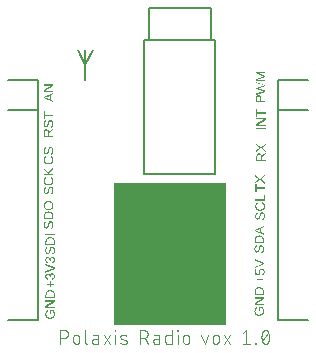
<source format=gbr>
G04 EAGLE Gerber RS-274X export*
G75*
%MOMM*%
%FSLAX34Y34*%
%LPD*%
%INSilkscreen Top*%
%IPPOS*%
%AMOC8*
5,1,8,0,0,1.08239X$1,22.5*%
G01*
G04 Define Apertures*
%ADD10C,0.101600*%
%ADD11R,9.525000X12.000000*%
%ADD12C,0.127000*%
G36*
X43942Y210681D02*
X41635Y211588D01*
X41635Y215184D01*
X43942Y216085D01*
X43942Y217177D01*
X36052Y214008D01*
X36052Y212792D01*
X43942Y209572D01*
X43942Y210681D01*
G37*
G36*
X43942Y219068D02*
X38700Y219068D01*
X37765Y219040D01*
X37222Y219012D01*
X43942Y223234D01*
X43942Y224522D01*
X36052Y224522D01*
X36052Y223559D01*
X41226Y223559D01*
X41870Y223576D01*
X42816Y223626D01*
X36052Y219359D01*
X36052Y218116D01*
X43942Y218116D01*
X43942Y219068D01*
G37*
%LPC*%
G36*
X38208Y212921D02*
X37545Y213162D01*
X37015Y213336D01*
X36858Y213386D01*
X37323Y213537D01*
X37785Y213694D01*
X38196Y213851D01*
X40800Y214864D01*
X40800Y211913D01*
X38208Y212921D01*
G37*
%LPD*%
G36*
X43688Y181080D02*
X40412Y181080D01*
X40412Y183539D01*
X43688Y185588D01*
X43688Y186820D01*
X41736Y185534D01*
X40289Y184580D01*
X40243Y184800D01*
X40183Y185007D01*
X40109Y185202D01*
X40021Y185385D01*
X39962Y185484D01*
X39920Y185555D01*
X39805Y185714D01*
X39676Y185860D01*
X39533Y185994D01*
X39379Y186114D01*
X39216Y186219D01*
X39044Y186307D01*
X38864Y186379D01*
X38674Y186435D01*
X38477Y186475D01*
X38270Y186499D01*
X38054Y186507D01*
X37796Y186495D01*
X37552Y186461D01*
X37322Y186405D01*
X37107Y186325D01*
X36907Y186223D01*
X36721Y186099D01*
X36550Y185952D01*
X36394Y185782D01*
X36254Y185591D01*
X36133Y185381D01*
X36031Y185152D01*
X35947Y184904D01*
X35882Y184638D01*
X35835Y184352D01*
X35807Y184047D01*
X35798Y183724D01*
X35798Y180011D01*
X43688Y180011D01*
X43688Y181080D01*
G37*
G36*
X42038Y187939D02*
X42265Y188025D01*
X42477Y188129D01*
X42672Y188253D01*
X42852Y188396D01*
X43017Y188557D01*
X43166Y188738D01*
X43299Y188937D01*
X43416Y189156D01*
X43518Y189393D01*
X43604Y189650D01*
X43675Y189925D01*
X43730Y190219D01*
X43769Y190532D01*
X43792Y190864D01*
X43800Y191215D01*
X43791Y191592D01*
X43763Y191947D01*
X43716Y192281D01*
X43650Y192592D01*
X43566Y192882D01*
X43463Y193150D01*
X43341Y193396D01*
X43201Y193620D01*
X43043Y193821D01*
X42870Y193994D01*
X42682Y194141D01*
X42478Y194261D01*
X42259Y194354D01*
X42025Y194421D01*
X41775Y194461D01*
X41510Y194474D01*
X41301Y194467D01*
X41106Y194444D01*
X40926Y194407D01*
X40759Y194354D01*
X40461Y194211D01*
X40205Y194021D01*
X39988Y193789D01*
X39807Y193520D01*
X39655Y193221D01*
X39524Y192901D01*
X39412Y192563D01*
X39317Y192209D01*
X39146Y191484D01*
X38925Y190578D01*
X38828Y190261D01*
X38740Y190034D01*
X38653Y189862D01*
X38557Y189712D01*
X38452Y189584D01*
X38337Y189476D01*
X38210Y189392D01*
X38068Y189332D01*
X37909Y189295D01*
X37735Y189283D01*
X37585Y189291D01*
X37444Y189314D01*
X37312Y189353D01*
X37191Y189408D01*
X37079Y189478D01*
X36976Y189564D01*
X36883Y189665D01*
X36800Y189782D01*
X36663Y190059D01*
X36565Y190392D01*
X36506Y190781D01*
X36486Y191226D01*
X36504Y191634D01*
X36557Y191995D01*
X36646Y192309D01*
X36769Y192576D01*
X36932Y192800D01*
X37138Y192985D01*
X37387Y193130D01*
X37679Y193237D01*
X37494Y194290D01*
X37256Y194212D01*
X37035Y194120D01*
X36833Y194016D01*
X36648Y193898D01*
X36482Y193766D01*
X36334Y193622D01*
X36204Y193464D01*
X36092Y193293D01*
X35995Y193105D01*
X35912Y192898D01*
X35841Y192670D01*
X35783Y192423D01*
X35738Y192157D01*
X35706Y191870D01*
X35686Y191564D01*
X35680Y191238D01*
X35689Y190887D01*
X35714Y190557D01*
X35757Y190248D01*
X35817Y189960D01*
X35894Y189693D01*
X35989Y189447D01*
X36100Y189222D01*
X36229Y189017D01*
X36373Y188835D01*
X36532Y188678D01*
X36706Y188545D01*
X36894Y188436D01*
X37096Y188351D01*
X37314Y188290D01*
X37545Y188254D01*
X37791Y188242D01*
X38006Y188251D01*
X38208Y188279D01*
X38398Y188325D01*
X38575Y188390D01*
X38741Y188472D01*
X38895Y188571D01*
X39039Y188687D01*
X39172Y188818D01*
X39296Y188971D01*
X39415Y189150D01*
X39527Y189353D01*
X39634Y189583D01*
X39737Y189853D01*
X39841Y190180D01*
X40048Y191002D01*
X40278Y191982D01*
X40397Y192394D01*
X40541Y192744D01*
X40624Y192895D01*
X40719Y193028D01*
X40823Y193142D01*
X40938Y193240D01*
X41068Y193317D01*
X41216Y193372D01*
X41382Y193405D01*
X41566Y193416D01*
X41733Y193407D01*
X41889Y193381D01*
X42035Y193337D01*
X42171Y193275D01*
X42296Y193196D01*
X42411Y193099D01*
X42516Y192985D01*
X42610Y192853D01*
X42693Y192705D01*
X42766Y192542D01*
X42827Y192365D01*
X42877Y192172D01*
X42943Y191743D01*
X42966Y191254D01*
X42945Y190779D01*
X42882Y190357D01*
X42778Y189987D01*
X42632Y189670D01*
X42543Y189530D01*
X42442Y189404D01*
X42329Y189290D01*
X42205Y189188D01*
X42068Y189099D01*
X41920Y189023D01*
X41760Y188959D01*
X41588Y188908D01*
X41795Y187872D01*
X42038Y187939D01*
G37*
G36*
X36671Y197944D02*
X43688Y197944D01*
X43688Y199008D01*
X36671Y199008D01*
X36671Y201719D01*
X35798Y201719D01*
X35798Y195234D01*
X36671Y195234D01*
X36671Y197944D01*
G37*
%LPC*%
G36*
X36654Y181080D02*
X36654Y183617D01*
X36677Y184031D01*
X36745Y184393D01*
X36858Y184704D01*
X36931Y184841D01*
X37016Y184964D01*
X37111Y185074D01*
X37217Y185169D01*
X37333Y185249D01*
X37459Y185315D01*
X37595Y185366D01*
X37742Y185402D01*
X37899Y185424D01*
X38066Y185432D01*
X38239Y185424D01*
X38401Y185403D01*
X38555Y185367D01*
X38698Y185316D01*
X38831Y185251D01*
X38954Y185172D01*
X39068Y185078D01*
X39172Y184970D01*
X39264Y184848D01*
X39344Y184715D01*
X39412Y184569D01*
X39468Y184412D01*
X39511Y184242D01*
X39542Y184061D01*
X39560Y183867D01*
X39566Y183662D01*
X39566Y181080D01*
X36654Y181080D01*
G37*
%LPD*%
G36*
X42292Y165079D02*
X42519Y165165D01*
X42731Y165269D01*
X42926Y165393D01*
X43106Y165536D01*
X43271Y165697D01*
X43420Y165878D01*
X43553Y166077D01*
X43670Y166296D01*
X43772Y166533D01*
X43858Y166790D01*
X43929Y167065D01*
X43984Y167359D01*
X44023Y167672D01*
X44046Y168004D01*
X44054Y168355D01*
X44045Y168732D01*
X44017Y169087D01*
X43970Y169421D01*
X43904Y169732D01*
X43820Y170022D01*
X43717Y170290D01*
X43595Y170536D01*
X43455Y170760D01*
X43297Y170961D01*
X43124Y171134D01*
X42936Y171281D01*
X42732Y171401D01*
X42513Y171494D01*
X42279Y171561D01*
X42029Y171601D01*
X41764Y171614D01*
X41555Y171607D01*
X41360Y171584D01*
X41180Y171547D01*
X41013Y171494D01*
X40715Y171351D01*
X40459Y171161D01*
X40242Y170929D01*
X40061Y170660D01*
X39909Y170361D01*
X39778Y170041D01*
X39666Y169703D01*
X39571Y169349D01*
X39400Y168624D01*
X39179Y167718D01*
X39082Y167401D01*
X38994Y167174D01*
X38907Y167002D01*
X38811Y166852D01*
X38706Y166724D01*
X38591Y166616D01*
X38464Y166532D01*
X38322Y166472D01*
X38163Y166435D01*
X37989Y166423D01*
X37839Y166431D01*
X37698Y166454D01*
X37566Y166493D01*
X37445Y166548D01*
X37333Y166618D01*
X37230Y166704D01*
X37137Y166805D01*
X37054Y166922D01*
X36917Y167199D01*
X36819Y167532D01*
X36760Y167921D01*
X36740Y168366D01*
X36758Y168774D01*
X36811Y169135D01*
X36900Y169449D01*
X37023Y169716D01*
X37186Y169940D01*
X37392Y170125D01*
X37641Y170270D01*
X37933Y170377D01*
X37748Y171430D01*
X37510Y171352D01*
X37289Y171260D01*
X37087Y171156D01*
X36902Y171038D01*
X36736Y170906D01*
X36588Y170762D01*
X36458Y170604D01*
X36346Y170433D01*
X36249Y170245D01*
X36166Y170038D01*
X36095Y169810D01*
X36037Y169563D01*
X35992Y169297D01*
X35960Y169010D01*
X35940Y168704D01*
X35934Y168378D01*
X35943Y168027D01*
X35968Y167697D01*
X36011Y167388D01*
X36071Y167100D01*
X36148Y166833D01*
X36243Y166587D01*
X36354Y166362D01*
X36483Y166157D01*
X36627Y165975D01*
X36786Y165818D01*
X36960Y165685D01*
X37148Y165576D01*
X37350Y165491D01*
X37568Y165430D01*
X37799Y165394D01*
X38045Y165382D01*
X38260Y165391D01*
X38462Y165419D01*
X38652Y165465D01*
X38829Y165530D01*
X38995Y165612D01*
X39149Y165711D01*
X39293Y165827D01*
X39426Y165958D01*
X39550Y166111D01*
X39669Y166290D01*
X39781Y166493D01*
X39888Y166723D01*
X39991Y166993D01*
X40095Y167320D01*
X40302Y168142D01*
X40532Y169122D01*
X40651Y169534D01*
X40795Y169884D01*
X40878Y170035D01*
X40973Y170168D01*
X41077Y170282D01*
X41192Y170380D01*
X41322Y170457D01*
X41470Y170512D01*
X41636Y170545D01*
X41820Y170556D01*
X41987Y170547D01*
X42143Y170521D01*
X42289Y170477D01*
X42425Y170415D01*
X42550Y170336D01*
X42665Y170239D01*
X42770Y170125D01*
X42864Y169993D01*
X42947Y169845D01*
X43020Y169682D01*
X43081Y169505D01*
X43131Y169312D01*
X43197Y168883D01*
X43220Y168394D01*
X43199Y167919D01*
X43136Y167497D01*
X43032Y167127D01*
X42886Y166810D01*
X42797Y166670D01*
X42696Y166544D01*
X42583Y166430D01*
X42459Y166328D01*
X42322Y166239D01*
X42174Y166163D01*
X42014Y166099D01*
X41842Y166048D01*
X42049Y165012D01*
X42292Y165079D01*
G37*
G36*
X40270Y156800D02*
X40569Y156821D01*
X40858Y156857D01*
X41136Y156906D01*
X41403Y156971D01*
X41660Y157049D01*
X41906Y157142D01*
X42142Y157249D01*
X42365Y157369D01*
X42576Y157503D01*
X42773Y157649D01*
X42956Y157809D01*
X43127Y157981D01*
X43284Y158166D01*
X43428Y158365D01*
X43558Y158576D01*
X43675Y158799D01*
X43775Y159032D01*
X43860Y159274D01*
X43930Y159527D01*
X43984Y159790D01*
X44023Y160063D01*
X44046Y160346D01*
X44054Y160640D01*
X44046Y160926D01*
X44021Y161204D01*
X43979Y161473D01*
X43921Y161734D01*
X43846Y161985D01*
X43755Y162228D01*
X43647Y162461D01*
X43522Y162686D01*
X43381Y162901D01*
X43226Y163103D01*
X43055Y163292D01*
X42868Y163470D01*
X42667Y163635D01*
X42450Y163787D01*
X42218Y163928D01*
X41971Y164056D01*
X41534Y163182D01*
X41919Y162961D01*
X42252Y162713D01*
X42534Y162440D01*
X42765Y162142D01*
X42944Y161817D01*
X43072Y161467D01*
X43117Y161283D01*
X43149Y161092D01*
X43168Y160894D01*
X43175Y160690D01*
X43161Y160375D01*
X43120Y160077D01*
X43051Y159795D01*
X42954Y159530D01*
X42830Y159282D01*
X42679Y159050D01*
X42500Y158836D01*
X42293Y158638D01*
X42063Y158460D01*
X41816Y158306D01*
X41551Y158175D01*
X41269Y158068D01*
X40968Y157985D01*
X40650Y157926D01*
X40314Y157891D01*
X39960Y157879D01*
X39603Y157890D01*
X39266Y157924D01*
X38948Y157981D01*
X38649Y158061D01*
X38370Y158163D01*
X38111Y158288D01*
X37871Y158436D01*
X37650Y158607D01*
X37453Y158798D01*
X37282Y159007D01*
X37137Y159235D01*
X37018Y159480D01*
X36926Y159744D01*
X36860Y160026D01*
X36821Y160327D01*
X36808Y160645D01*
X36830Y161048D01*
X36899Y161423D01*
X37012Y161769D01*
X37172Y162087D01*
X37374Y162370D01*
X37617Y162611D01*
X37900Y162811D01*
X38224Y162969D01*
X37888Y163983D01*
X37654Y163876D01*
X37434Y163756D01*
X37229Y163622D01*
X37039Y163473D01*
X36863Y163311D01*
X36703Y163134D01*
X36558Y162944D01*
X36427Y162740D01*
X36311Y162522D01*
X36211Y162291D01*
X36127Y162047D01*
X36057Y161790D01*
X36003Y161521D01*
X35965Y161238D01*
X35942Y160943D01*
X35934Y160634D01*
X35951Y160195D01*
X36001Y159781D01*
X36084Y159392D01*
X36201Y159027D01*
X36352Y158686D01*
X36536Y158370D01*
X36753Y158079D01*
X37004Y157812D01*
X37284Y157573D01*
X37590Y157366D01*
X37921Y157191D01*
X38278Y157047D01*
X38660Y156936D01*
X39068Y156856D01*
X39501Y156808D01*
X39960Y156792D01*
X40270Y156800D01*
G37*
G36*
X42292Y131398D02*
X42519Y131483D01*
X42731Y131588D01*
X42926Y131712D01*
X43106Y131855D01*
X43271Y132016D01*
X43420Y132197D01*
X43553Y132396D01*
X43670Y132615D01*
X43772Y132852D01*
X43858Y133108D01*
X43929Y133384D01*
X43984Y133678D01*
X44023Y133991D01*
X44046Y134323D01*
X44054Y134674D01*
X44045Y135051D01*
X44017Y135406D01*
X43970Y135739D01*
X43904Y136051D01*
X43820Y136341D01*
X43717Y136609D01*
X43595Y136855D01*
X43455Y137079D01*
X43297Y137279D01*
X43124Y137453D01*
X42936Y137600D01*
X42732Y137720D01*
X42513Y137813D01*
X42279Y137880D01*
X42029Y137920D01*
X41764Y137933D01*
X41555Y137926D01*
X41360Y137903D01*
X41180Y137865D01*
X41013Y137813D01*
X40715Y137669D01*
X40459Y137480D01*
X40242Y137248D01*
X40061Y136978D01*
X39909Y136679D01*
X39778Y136360D01*
X39666Y136021D01*
X39571Y135668D01*
X39400Y134943D01*
X39179Y134037D01*
X39082Y133720D01*
X38994Y133492D01*
X38907Y133321D01*
X38811Y133171D01*
X38706Y133042D01*
X38591Y132935D01*
X38464Y132851D01*
X38322Y132790D01*
X38163Y132754D01*
X37989Y132742D01*
X37839Y132750D01*
X37698Y132773D01*
X37566Y132812D01*
X37445Y132867D01*
X37333Y132937D01*
X37230Y133022D01*
X37137Y133124D01*
X37054Y133240D01*
X36917Y133518D01*
X36819Y133851D01*
X36760Y134240D01*
X36740Y134685D01*
X36758Y135093D01*
X36811Y135454D01*
X36900Y135768D01*
X37023Y136035D01*
X37186Y136259D01*
X37392Y136444D01*
X37641Y136589D01*
X37933Y136696D01*
X37748Y137748D01*
X37510Y137670D01*
X37289Y137579D01*
X37087Y137474D01*
X36902Y137356D01*
X36736Y137225D01*
X36588Y137081D01*
X36458Y136923D01*
X36346Y136752D01*
X36249Y136564D01*
X36166Y136356D01*
X36095Y136129D01*
X36037Y135882D01*
X35992Y135615D01*
X35960Y135329D01*
X35940Y135022D01*
X35934Y134696D01*
X35943Y134346D01*
X35968Y134016D01*
X36011Y133707D01*
X36071Y133419D01*
X36148Y133152D01*
X36243Y132906D01*
X36354Y132680D01*
X36483Y132476D01*
X36627Y132294D01*
X36786Y132137D01*
X36960Y132003D01*
X37148Y131894D01*
X37350Y131809D01*
X37568Y131749D01*
X37799Y131713D01*
X38045Y131700D01*
X38260Y131710D01*
X38462Y131737D01*
X38652Y131784D01*
X38829Y131849D01*
X38995Y131931D01*
X39149Y132030D01*
X39293Y132145D01*
X39426Y132277D01*
X39550Y132430D01*
X39669Y132608D01*
X39781Y132812D01*
X39888Y133042D01*
X39991Y133312D01*
X40095Y133639D01*
X40302Y134461D01*
X40532Y135441D01*
X40651Y135853D01*
X40795Y136203D01*
X40878Y136353D01*
X40973Y136486D01*
X41077Y136601D01*
X41192Y136698D01*
X41322Y136776D01*
X41470Y136831D01*
X41636Y136864D01*
X41820Y136875D01*
X41987Y136866D01*
X42143Y136840D01*
X42289Y136796D01*
X42425Y136734D01*
X42550Y136655D01*
X42665Y136558D01*
X42770Y136444D01*
X42864Y136312D01*
X42947Y136164D01*
X43020Y136001D01*
X43081Y135823D01*
X43131Y135631D01*
X43197Y135202D01*
X43220Y134713D01*
X43199Y134238D01*
X43136Y133816D01*
X43032Y133446D01*
X42886Y133128D01*
X42797Y132989D01*
X42696Y132862D01*
X42583Y132748D01*
X42459Y132647D01*
X42322Y132558D01*
X42174Y132482D01*
X42014Y132418D01*
X41842Y132367D01*
X42049Y131331D01*
X42292Y131398D01*
G37*
G36*
X43942Y148727D02*
X40918Y148727D01*
X40134Y149757D01*
X43942Y152910D01*
X43942Y154237D01*
X39479Y150429D01*
X36052Y153789D01*
X36052Y152529D01*
X40005Y148727D01*
X36052Y148727D01*
X36052Y147657D01*
X43942Y147657D01*
X43942Y148727D01*
G37*
G36*
X40270Y139025D02*
X40569Y139046D01*
X40858Y139082D01*
X41136Y139131D01*
X41403Y139196D01*
X41660Y139274D01*
X41906Y139367D01*
X42142Y139474D01*
X42365Y139594D01*
X42576Y139728D01*
X42773Y139874D01*
X42956Y140034D01*
X43127Y140206D01*
X43284Y140391D01*
X43428Y140590D01*
X43558Y140801D01*
X43675Y141024D01*
X43775Y141257D01*
X43860Y141499D01*
X43930Y141752D01*
X43984Y142015D01*
X44023Y142288D01*
X44046Y142571D01*
X44054Y142865D01*
X44046Y143151D01*
X44021Y143429D01*
X43979Y143698D01*
X43921Y143959D01*
X43846Y144210D01*
X43755Y144453D01*
X43647Y144686D01*
X43522Y144911D01*
X43381Y145126D01*
X43226Y145328D01*
X43055Y145517D01*
X42868Y145695D01*
X42667Y145860D01*
X42450Y146012D01*
X42218Y146153D01*
X41971Y146281D01*
X41534Y145407D01*
X41919Y145186D01*
X42252Y144938D01*
X42534Y144665D01*
X42765Y144367D01*
X42944Y144042D01*
X43072Y143692D01*
X43117Y143508D01*
X43149Y143317D01*
X43168Y143119D01*
X43175Y142915D01*
X43161Y142600D01*
X43120Y142302D01*
X43051Y142020D01*
X42954Y141755D01*
X42830Y141507D01*
X42679Y141275D01*
X42500Y141061D01*
X42293Y140863D01*
X42063Y140685D01*
X41816Y140531D01*
X41551Y140400D01*
X41269Y140293D01*
X40968Y140210D01*
X40650Y140151D01*
X40314Y140116D01*
X39960Y140104D01*
X39603Y140115D01*
X39266Y140149D01*
X38948Y140206D01*
X38649Y140286D01*
X38370Y140388D01*
X38111Y140513D01*
X37871Y140661D01*
X37650Y140832D01*
X37453Y141023D01*
X37282Y141232D01*
X37137Y141460D01*
X37018Y141705D01*
X36926Y141969D01*
X36860Y142251D01*
X36821Y142552D01*
X36808Y142870D01*
X36830Y143273D01*
X36899Y143648D01*
X37012Y143994D01*
X37172Y144312D01*
X37374Y144595D01*
X37617Y144836D01*
X37900Y145036D01*
X38224Y145194D01*
X37888Y146208D01*
X37654Y146101D01*
X37434Y145981D01*
X37229Y145847D01*
X37039Y145698D01*
X36863Y145536D01*
X36703Y145359D01*
X36558Y145169D01*
X36427Y144965D01*
X36311Y144747D01*
X36211Y144516D01*
X36127Y144272D01*
X36057Y144015D01*
X36003Y143746D01*
X35965Y143463D01*
X35942Y143168D01*
X35934Y142859D01*
X35951Y142420D01*
X36001Y142006D01*
X36084Y141617D01*
X36201Y141252D01*
X36352Y140911D01*
X36536Y140595D01*
X36753Y140304D01*
X37004Y140037D01*
X37284Y139798D01*
X37590Y139591D01*
X37921Y139416D01*
X38278Y139272D01*
X38660Y139161D01*
X39068Y139081D01*
X39501Y139033D01*
X39960Y139017D01*
X40270Y139025D01*
G37*
G36*
X40266Y118057D02*
X40563Y118078D01*
X40849Y118115D01*
X41126Y118166D01*
X41393Y118231D01*
X41650Y118311D01*
X41898Y118405D01*
X42136Y118514D01*
X42362Y118637D01*
X42575Y118773D01*
X42774Y118922D01*
X42959Y119083D01*
X43130Y119258D01*
X43287Y119446D01*
X43431Y119647D01*
X43561Y119861D01*
X43677Y120087D01*
X43777Y120323D01*
X43862Y120569D01*
X43931Y120826D01*
X43985Y121094D01*
X44023Y121371D01*
X44046Y121660D01*
X44054Y121958D01*
X44046Y122254D01*
X44023Y122540D01*
X43984Y122816D01*
X43929Y123082D01*
X43859Y123339D01*
X43774Y123585D01*
X43672Y123821D01*
X43556Y124047D01*
X43424Y124262D01*
X43279Y124464D01*
X43121Y124653D01*
X42949Y124829D01*
X42764Y124992D01*
X42565Y125143D01*
X42353Y125280D01*
X42128Y125405D01*
X41890Y125516D01*
X41644Y125612D01*
X41387Y125693D01*
X41121Y125760D01*
X40845Y125812D01*
X40560Y125849D01*
X40265Y125871D01*
X39960Y125878D01*
X39655Y125871D01*
X39360Y125849D01*
X39075Y125812D01*
X38800Y125761D01*
X38536Y125696D01*
X38282Y125615D01*
X38038Y125520D01*
X37804Y125411D01*
X37583Y125287D01*
X37375Y125151D01*
X37181Y125001D01*
X37000Y124839D01*
X36833Y124663D01*
X36679Y124475D01*
X36539Y124273D01*
X36413Y124058D01*
X36301Y123832D01*
X36203Y123596D01*
X36121Y123350D01*
X36054Y123094D01*
X36001Y122828D01*
X35964Y122551D01*
X35942Y122265D01*
X35934Y121969D01*
X35951Y121520D01*
X36001Y121096D01*
X36084Y120698D01*
X36201Y120324D01*
X36351Y119977D01*
X36534Y119654D01*
X36751Y119357D01*
X37001Y119085D01*
X37280Y118843D01*
X37586Y118632D01*
X37917Y118454D01*
X38274Y118308D01*
X38657Y118195D01*
X39066Y118114D01*
X39500Y118066D01*
X39960Y118049D01*
X40266Y118057D01*
G37*
G36*
X43942Y113117D02*
X43934Y113398D01*
X43912Y113671D01*
X43874Y113936D01*
X43820Y114192D01*
X43752Y114440D01*
X43668Y114679D01*
X43569Y114910D01*
X43455Y115133D01*
X43326Y115345D01*
X43184Y115545D01*
X43029Y115732D01*
X42861Y115907D01*
X42678Y116070D01*
X42483Y116220D01*
X42274Y116357D01*
X42052Y116483D01*
X41818Y116594D01*
X41575Y116691D01*
X41322Y116773D01*
X41060Y116840D01*
X40788Y116892D01*
X40507Y116929D01*
X40216Y116951D01*
X39916Y116959D01*
X39466Y116942D01*
X39042Y116890D01*
X38645Y116805D01*
X38274Y116686D01*
X37930Y116533D01*
X37612Y116346D01*
X37321Y116125D01*
X37057Y115869D01*
X36821Y115583D01*
X36617Y115268D01*
X36444Y114924D01*
X36303Y114551D01*
X36193Y114150D01*
X36114Y113721D01*
X36067Y113262D01*
X36052Y112775D01*
X36052Y110166D01*
X43942Y110166D01*
X43942Y113117D01*
G37*
%LPC*%
G36*
X39597Y119147D02*
X39255Y119182D01*
X38933Y119240D01*
X38632Y119321D01*
X38352Y119425D01*
X38093Y119552D01*
X37854Y119702D01*
X37636Y119875D01*
X37442Y120069D01*
X37274Y120283D01*
X37131Y120516D01*
X37015Y120768D01*
X36924Y121040D01*
X36859Y121330D01*
X36821Y121640D01*
X36808Y121969D01*
X36821Y122296D01*
X36860Y122603D01*
X36926Y122892D01*
X37018Y123162D01*
X37136Y123412D01*
X37280Y123644D01*
X37451Y123856D01*
X37648Y124050D01*
X37868Y124222D01*
X38107Y124372D01*
X38367Y124499D01*
X38646Y124602D01*
X38945Y124683D01*
X39264Y124740D01*
X39602Y124775D01*
X39960Y124786D01*
X40335Y124775D01*
X40687Y124741D01*
X41017Y124683D01*
X41326Y124604D01*
X41613Y124501D01*
X41878Y124375D01*
X42122Y124227D01*
X42343Y124055D01*
X42541Y123863D01*
X42712Y123650D01*
X42857Y123418D01*
X42975Y123166D01*
X43068Y122894D01*
X43133Y122602D01*
X43173Y122290D01*
X43186Y121958D01*
X43172Y121635D01*
X43132Y121331D01*
X43064Y121044D01*
X42968Y120776D01*
X42846Y120526D01*
X42696Y120293D01*
X42519Y120079D01*
X42315Y119883D01*
X42088Y119708D01*
X41842Y119556D01*
X41576Y119428D01*
X41291Y119323D01*
X40987Y119241D01*
X40664Y119183D01*
X40322Y119148D01*
X39960Y119136D01*
X39597Y119147D01*
G37*
G36*
X36908Y111235D02*
X36908Y112753D01*
X36920Y113123D01*
X36957Y113470D01*
X37017Y113794D01*
X37101Y114096D01*
X37209Y114376D01*
X37342Y114633D01*
X37498Y114868D01*
X37678Y115080D01*
X37882Y115268D01*
X38107Y115431D01*
X38354Y115569D01*
X38623Y115682D01*
X38913Y115770D01*
X39226Y115833D01*
X39560Y115871D01*
X39916Y115883D01*
X40387Y115861D01*
X40826Y115795D01*
X41232Y115685D01*
X41607Y115531D01*
X41944Y115335D01*
X42240Y115101D01*
X42493Y114830D01*
X42704Y114520D01*
X42871Y114178D01*
X42990Y113809D01*
X43061Y113415D01*
X43085Y112994D01*
X43085Y111235D01*
X36908Y111235D01*
G37*
%LPD*%
G36*
X42292Y102188D02*
X42519Y102273D01*
X42731Y102378D01*
X42926Y102502D01*
X43106Y102645D01*
X43271Y102806D01*
X43420Y102987D01*
X43553Y103186D01*
X43670Y103405D01*
X43772Y103642D01*
X43858Y103898D01*
X43929Y104174D01*
X43984Y104468D01*
X44023Y104781D01*
X44046Y105113D01*
X44054Y105464D01*
X44045Y105841D01*
X44017Y106196D01*
X43970Y106529D01*
X43904Y106841D01*
X43820Y107131D01*
X43717Y107399D01*
X43595Y107645D01*
X43455Y107869D01*
X43297Y108069D01*
X43124Y108243D01*
X42936Y108390D01*
X42732Y108510D01*
X42513Y108603D01*
X42279Y108670D01*
X42029Y108710D01*
X41764Y108723D01*
X41555Y108716D01*
X41360Y108693D01*
X41180Y108655D01*
X41013Y108603D01*
X40715Y108459D01*
X40459Y108270D01*
X40242Y108038D01*
X40061Y107768D01*
X39909Y107469D01*
X39778Y107150D01*
X39666Y106811D01*
X39571Y106458D01*
X39400Y105733D01*
X39179Y104827D01*
X39082Y104510D01*
X38994Y104282D01*
X38907Y104111D01*
X38811Y103961D01*
X38706Y103832D01*
X38591Y103725D01*
X38464Y103641D01*
X38322Y103580D01*
X38163Y103544D01*
X37989Y103532D01*
X37839Y103540D01*
X37698Y103563D01*
X37566Y103602D01*
X37445Y103657D01*
X37333Y103727D01*
X37230Y103812D01*
X37137Y103914D01*
X37054Y104030D01*
X36917Y104308D01*
X36819Y104641D01*
X36760Y105030D01*
X36740Y105475D01*
X36758Y105883D01*
X36811Y106244D01*
X36900Y106558D01*
X37023Y106825D01*
X37186Y107049D01*
X37392Y107234D01*
X37641Y107379D01*
X37933Y107486D01*
X37748Y108538D01*
X37510Y108460D01*
X37289Y108369D01*
X37087Y108264D01*
X36902Y108146D01*
X36736Y108015D01*
X36588Y107871D01*
X36458Y107713D01*
X36346Y107542D01*
X36249Y107354D01*
X36166Y107146D01*
X36095Y106919D01*
X36037Y106672D01*
X35992Y106405D01*
X35960Y106119D01*
X35940Y105812D01*
X35934Y105486D01*
X35943Y105136D01*
X35968Y104806D01*
X36011Y104497D01*
X36071Y104209D01*
X36148Y103942D01*
X36243Y103696D01*
X36354Y103470D01*
X36483Y103266D01*
X36627Y103084D01*
X36786Y102927D01*
X36960Y102793D01*
X37148Y102684D01*
X37350Y102599D01*
X37568Y102539D01*
X37799Y102503D01*
X38045Y102490D01*
X38260Y102500D01*
X38462Y102527D01*
X38652Y102574D01*
X38829Y102639D01*
X38995Y102721D01*
X39149Y102820D01*
X39293Y102935D01*
X39426Y103067D01*
X39550Y103220D01*
X39669Y103398D01*
X39781Y103602D01*
X39888Y103832D01*
X39991Y104102D01*
X40095Y104429D01*
X40302Y105251D01*
X40532Y106231D01*
X40651Y106643D01*
X40795Y106993D01*
X40878Y107143D01*
X40973Y107276D01*
X41077Y107391D01*
X41192Y107488D01*
X41322Y107566D01*
X41470Y107621D01*
X41636Y107654D01*
X41820Y107665D01*
X41987Y107656D01*
X42143Y107630D01*
X42289Y107586D01*
X42425Y107524D01*
X42550Y107445D01*
X42665Y107348D01*
X42770Y107234D01*
X42864Y107102D01*
X42947Y106954D01*
X43020Y106791D01*
X43081Y106613D01*
X43131Y106421D01*
X43197Y105992D01*
X43220Y105503D01*
X43199Y105028D01*
X43136Y104606D01*
X43032Y104236D01*
X42886Y103918D01*
X42797Y103779D01*
X42696Y103652D01*
X42583Y103538D01*
X42459Y103437D01*
X42322Y103348D01*
X42174Y103272D01*
X42014Y103208D01*
X41842Y103157D01*
X42049Y102121D01*
X42292Y102188D01*
G37*
G36*
X45212Y91527D02*
X45204Y91808D01*
X45182Y92081D01*
X45144Y92346D01*
X45090Y92602D01*
X45022Y92850D01*
X44938Y93089D01*
X44839Y93320D01*
X44725Y93543D01*
X44596Y93755D01*
X44454Y93955D01*
X44299Y94142D01*
X44131Y94317D01*
X43948Y94480D01*
X43753Y94630D01*
X43544Y94767D01*
X43322Y94893D01*
X43088Y95004D01*
X42845Y95101D01*
X42592Y95183D01*
X42330Y95250D01*
X42058Y95302D01*
X41777Y95339D01*
X41486Y95361D01*
X41186Y95369D01*
X40736Y95352D01*
X40312Y95300D01*
X39915Y95215D01*
X39544Y95096D01*
X39200Y94943D01*
X38882Y94756D01*
X38591Y94535D01*
X38327Y94279D01*
X38091Y93993D01*
X37887Y93678D01*
X37714Y93334D01*
X37573Y92961D01*
X37463Y92560D01*
X37384Y92131D01*
X37337Y91672D01*
X37322Y91185D01*
X37322Y88576D01*
X45212Y88576D01*
X45212Y91527D01*
G37*
%LPC*%
G36*
X38178Y89645D02*
X38178Y91163D01*
X38190Y91533D01*
X38227Y91880D01*
X38287Y92204D01*
X38371Y92506D01*
X38479Y92786D01*
X38612Y93043D01*
X38768Y93278D01*
X38948Y93490D01*
X39152Y93678D01*
X39377Y93841D01*
X39624Y93979D01*
X39893Y94092D01*
X40183Y94180D01*
X40496Y94243D01*
X40830Y94281D01*
X41186Y94293D01*
X41657Y94271D01*
X42096Y94205D01*
X42502Y94095D01*
X42877Y93941D01*
X43214Y93745D01*
X43510Y93511D01*
X43763Y93240D01*
X43974Y92930D01*
X44141Y92588D01*
X44260Y92219D01*
X44331Y91825D01*
X44355Y91404D01*
X44355Y89645D01*
X38178Y89645D01*
G37*
%LPD*%
G36*
X43562Y80598D02*
X43789Y80683D01*
X44001Y80788D01*
X44196Y80912D01*
X44376Y81055D01*
X44541Y81216D01*
X44690Y81397D01*
X44823Y81596D01*
X44940Y81815D01*
X45042Y82052D01*
X45128Y82308D01*
X45199Y82584D01*
X45254Y82878D01*
X45293Y83191D01*
X45316Y83523D01*
X45324Y83874D01*
X45315Y84251D01*
X45287Y84606D01*
X45240Y84939D01*
X45174Y85251D01*
X45090Y85541D01*
X44987Y85809D01*
X44865Y86055D01*
X44725Y86279D01*
X44567Y86479D01*
X44394Y86653D01*
X44206Y86800D01*
X44002Y86920D01*
X43783Y87013D01*
X43549Y87080D01*
X43299Y87120D01*
X43034Y87133D01*
X42825Y87126D01*
X42630Y87103D01*
X42450Y87065D01*
X42283Y87013D01*
X41985Y86869D01*
X41729Y86680D01*
X41512Y86448D01*
X41331Y86178D01*
X41179Y85879D01*
X41048Y85560D01*
X40936Y85221D01*
X40841Y84868D01*
X40670Y84143D01*
X40449Y83237D01*
X40352Y82920D01*
X40264Y82692D01*
X40177Y82521D01*
X40081Y82371D01*
X39976Y82242D01*
X39861Y82135D01*
X39734Y82051D01*
X39592Y81990D01*
X39433Y81954D01*
X39259Y81942D01*
X39109Y81950D01*
X38968Y81973D01*
X38836Y82012D01*
X38715Y82067D01*
X38603Y82137D01*
X38500Y82222D01*
X38407Y82324D01*
X38324Y82440D01*
X38187Y82718D01*
X38089Y83051D01*
X38030Y83440D01*
X38010Y83885D01*
X38028Y84293D01*
X38081Y84654D01*
X38170Y84968D01*
X38293Y85235D01*
X38456Y85459D01*
X38662Y85644D01*
X38911Y85789D01*
X39203Y85896D01*
X39018Y86948D01*
X38780Y86870D01*
X38559Y86779D01*
X38357Y86674D01*
X38172Y86556D01*
X38006Y86425D01*
X37858Y86281D01*
X37728Y86123D01*
X37616Y85952D01*
X37519Y85764D01*
X37436Y85556D01*
X37365Y85329D01*
X37307Y85082D01*
X37262Y84815D01*
X37230Y84529D01*
X37210Y84222D01*
X37204Y83896D01*
X37213Y83546D01*
X37238Y83216D01*
X37281Y82907D01*
X37341Y82619D01*
X37418Y82352D01*
X37513Y82106D01*
X37624Y81880D01*
X37753Y81676D01*
X37897Y81494D01*
X38056Y81337D01*
X38230Y81203D01*
X38418Y81094D01*
X38620Y81009D01*
X38838Y80949D01*
X39069Y80913D01*
X39315Y80900D01*
X39530Y80910D01*
X39732Y80937D01*
X39922Y80984D01*
X40099Y81049D01*
X40265Y81131D01*
X40419Y81230D01*
X40563Y81345D01*
X40696Y81477D01*
X40820Y81630D01*
X40939Y81808D01*
X41051Y82012D01*
X41158Y82242D01*
X41261Y82512D01*
X41365Y82839D01*
X41572Y83661D01*
X41802Y84641D01*
X41921Y85053D01*
X42065Y85403D01*
X42148Y85553D01*
X42243Y85686D01*
X42347Y85801D01*
X42462Y85898D01*
X42592Y85976D01*
X42740Y86031D01*
X42906Y86064D01*
X43090Y86075D01*
X43257Y86066D01*
X43413Y86040D01*
X43559Y85996D01*
X43695Y85934D01*
X43820Y85855D01*
X43935Y85758D01*
X44040Y85644D01*
X44134Y85512D01*
X44217Y85364D01*
X44290Y85201D01*
X44351Y85023D01*
X44401Y84831D01*
X44467Y84402D01*
X44490Y83913D01*
X44469Y83438D01*
X44406Y83016D01*
X44302Y82646D01*
X44156Y82328D01*
X44067Y82189D01*
X43966Y82062D01*
X43853Y81948D01*
X43729Y81847D01*
X43592Y81758D01*
X43444Y81682D01*
X43284Y81618D01*
X43112Y81567D01*
X43319Y80531D01*
X43562Y80598D01*
G37*
G36*
X45212Y98044D02*
X37322Y98044D01*
X37322Y96975D01*
X45212Y96975D01*
X45212Y98044D01*
G37*
G36*
X43441Y59237D02*
X43682Y59298D01*
X43906Y59377D01*
X44114Y59474D01*
X44305Y59589D01*
X44481Y59722D01*
X44640Y59873D01*
X44784Y60043D01*
X44910Y60229D01*
X45020Y60430D01*
X45113Y60646D01*
X45189Y60878D01*
X45248Y61124D01*
X45290Y61386D01*
X45316Y61663D01*
X45324Y61955D01*
X45315Y62268D01*
X45287Y62562D01*
X45240Y62838D01*
X45174Y63095D01*
X45090Y63333D01*
X44987Y63553D01*
X44865Y63755D01*
X44725Y63937D01*
X44567Y64100D01*
X44394Y64241D01*
X44206Y64361D01*
X44002Y64458D01*
X43783Y64534D01*
X43549Y64588D01*
X43299Y64621D01*
X43034Y64632D01*
X42849Y64624D01*
X42672Y64601D01*
X42503Y64563D01*
X42342Y64509D01*
X42189Y64439D01*
X42045Y64355D01*
X41908Y64255D01*
X41779Y64139D01*
X41661Y64010D01*
X41555Y63868D01*
X41462Y63714D01*
X41382Y63548D01*
X41314Y63370D01*
X41258Y63179D01*
X41216Y62977D01*
X41186Y62761D01*
X41163Y62761D01*
X41060Y63141D01*
X40919Y63472D01*
X40740Y63755D01*
X40522Y63991D01*
X40268Y64176D01*
X40127Y64248D01*
X39978Y64308D01*
X39820Y64354D01*
X39653Y64387D01*
X39477Y64407D01*
X39293Y64413D01*
X39053Y64403D01*
X38827Y64372D01*
X38615Y64321D01*
X38416Y64249D01*
X38230Y64156D01*
X38059Y64043D01*
X37900Y63910D01*
X37756Y63755D01*
X37626Y63583D01*
X37514Y63393D01*
X37420Y63188D01*
X37342Y62965D01*
X37282Y62726D01*
X37239Y62471D01*
X37213Y62199D01*
X37204Y61910D01*
X37213Y61645D01*
X37238Y61392D01*
X37280Y61151D01*
X37340Y60923D01*
X37416Y60707D01*
X37510Y60503D01*
X37620Y60311D01*
X37747Y60132D01*
X37890Y59968D01*
X38045Y59823D01*
X38215Y59695D01*
X38397Y59586D01*
X38593Y59494D01*
X38801Y59421D01*
X39024Y59366D01*
X39259Y59329D01*
X39338Y60342D01*
X39044Y60397D01*
X38786Y60496D01*
X38563Y60637D01*
X38374Y60821D01*
X38225Y61043D01*
X38118Y61296D01*
X38054Y61582D01*
X38033Y61899D01*
X38056Y62243D01*
X38125Y62542D01*
X38239Y62796D01*
X38400Y63005D01*
X38600Y63168D01*
X38833Y63284D01*
X39099Y63354D01*
X39399Y63377D01*
X39555Y63370D01*
X39701Y63349D01*
X39839Y63313D01*
X39968Y63263D01*
X40089Y63199D01*
X40201Y63121D01*
X40399Y62921D01*
X40557Y62670D01*
X40670Y62372D01*
X40737Y62027D01*
X40760Y61636D01*
X40760Y61087D01*
X41634Y61087D01*
X41634Y61658D01*
X41656Y62098D01*
X41724Y62484D01*
X41775Y62656D01*
X41837Y62814D01*
X41910Y62958D01*
X41995Y63089D01*
X42090Y63205D01*
X42193Y63306D01*
X42306Y63391D01*
X42427Y63461D01*
X42557Y63515D01*
X42696Y63554D01*
X42843Y63577D01*
X43000Y63585D01*
X43179Y63578D01*
X43347Y63558D01*
X43503Y63524D01*
X43648Y63476D01*
X43782Y63415D01*
X43904Y63341D01*
X44015Y63252D01*
X44114Y63151D01*
X44279Y62913D01*
X44396Y62635D01*
X44466Y62315D01*
X44490Y61955D01*
X44468Y61596D01*
X44402Y61279D01*
X44293Y61002D01*
X44140Y60766D01*
X43943Y60572D01*
X43702Y60419D01*
X43418Y60307D01*
X43090Y60236D01*
X43185Y59194D01*
X43441Y59237D01*
G37*
G36*
X43441Y73268D02*
X43682Y73329D01*
X43906Y73408D01*
X44114Y73505D01*
X44305Y73620D01*
X44481Y73753D01*
X44640Y73905D01*
X44784Y74074D01*
X44910Y74260D01*
X45020Y74461D01*
X45113Y74678D01*
X45189Y74909D01*
X45248Y75156D01*
X45290Y75417D01*
X45316Y75694D01*
X45324Y75986D01*
X45315Y76299D01*
X45287Y76593D01*
X45240Y76869D01*
X45174Y77126D01*
X45090Y77364D01*
X44987Y77584D01*
X44865Y77786D01*
X44725Y77969D01*
X44567Y78131D01*
X44394Y78273D01*
X44206Y78392D01*
X44002Y78490D01*
X43783Y78565D01*
X43549Y78620D01*
X43299Y78652D01*
X43034Y78663D01*
X42849Y78655D01*
X42672Y78632D01*
X42503Y78594D01*
X42342Y78540D01*
X42189Y78471D01*
X42045Y78386D01*
X41908Y78286D01*
X41779Y78170D01*
X41661Y78041D01*
X41555Y77899D01*
X41462Y77746D01*
X41382Y77580D01*
X41314Y77401D01*
X41258Y77211D01*
X41216Y77008D01*
X41186Y76793D01*
X41163Y76793D01*
X41060Y77172D01*
X40919Y77503D01*
X40740Y77787D01*
X40522Y78022D01*
X40268Y78207D01*
X40127Y78280D01*
X39978Y78339D01*
X39820Y78385D01*
X39653Y78418D01*
X39477Y78438D01*
X39293Y78445D01*
X39053Y78434D01*
X38827Y78404D01*
X38615Y78352D01*
X38416Y78280D01*
X38230Y78188D01*
X38059Y78075D01*
X37900Y77941D01*
X37756Y77787D01*
X37626Y77614D01*
X37514Y77425D01*
X37420Y77219D01*
X37342Y76996D01*
X37282Y76758D01*
X37239Y76502D01*
X37213Y76230D01*
X37204Y75942D01*
X37213Y75676D01*
X37238Y75423D01*
X37280Y75182D01*
X37340Y74954D01*
X37416Y74738D01*
X37510Y74534D01*
X37620Y74343D01*
X37747Y74164D01*
X37890Y74000D01*
X38045Y73854D01*
X38215Y73726D01*
X38397Y73617D01*
X38593Y73525D01*
X38801Y73452D01*
X39024Y73397D01*
X39259Y73360D01*
X39338Y74374D01*
X39044Y74429D01*
X38786Y74527D01*
X38563Y74668D01*
X38374Y74852D01*
X38225Y75074D01*
X38118Y75328D01*
X38054Y75613D01*
X38033Y75930D01*
X38056Y76275D01*
X38125Y76574D01*
X38239Y76828D01*
X38400Y77036D01*
X38600Y77199D01*
X38833Y77316D01*
X39099Y77385D01*
X39399Y77409D01*
X39555Y77402D01*
X39701Y77380D01*
X39839Y77345D01*
X39968Y77295D01*
X40089Y77230D01*
X40201Y77152D01*
X40399Y76952D01*
X40557Y76701D01*
X40670Y76403D01*
X40737Y76058D01*
X40760Y75667D01*
X40760Y75118D01*
X41634Y75118D01*
X41634Y75690D01*
X41656Y76130D01*
X41724Y76515D01*
X41775Y76687D01*
X41837Y76845D01*
X41910Y76990D01*
X41995Y77120D01*
X42090Y77236D01*
X42193Y77337D01*
X42306Y77422D01*
X42427Y77492D01*
X42557Y77546D01*
X42696Y77585D01*
X42843Y77608D01*
X43000Y77616D01*
X43179Y77609D01*
X43347Y77589D01*
X43503Y77555D01*
X43648Y77507D01*
X43782Y77446D01*
X43904Y77372D01*
X44015Y77284D01*
X44114Y77182D01*
X44279Y76944D01*
X44396Y76666D01*
X44466Y76347D01*
X44490Y75986D01*
X44468Y75628D01*
X44402Y75310D01*
X44293Y75033D01*
X44140Y74798D01*
X43943Y74603D01*
X43702Y74450D01*
X43418Y74338D01*
X43090Y74267D01*
X43185Y73226D01*
X43441Y73268D01*
G37*
G36*
X45212Y68403D02*
X45212Y69512D01*
X37322Y72732D01*
X37322Y71606D01*
X42877Y69433D01*
X44271Y68963D01*
X42877Y68492D01*
X37322Y66308D01*
X37322Y65183D01*
X45212Y68403D01*
G37*
G36*
X41807Y55004D02*
X44204Y55004D01*
X44204Y55828D01*
X41807Y55828D01*
X41807Y58202D01*
X40990Y58202D01*
X40990Y55828D01*
X38593Y55828D01*
X38593Y55004D01*
X40990Y55004D01*
X40990Y52630D01*
X41807Y52630D01*
X41807Y55004D01*
G37*
G36*
X45212Y46479D02*
X45204Y46761D01*
X45182Y47034D01*
X45144Y47298D01*
X45090Y47555D01*
X45022Y47802D01*
X44938Y48042D01*
X44839Y48273D01*
X44725Y48495D01*
X44596Y48708D01*
X44454Y48907D01*
X44299Y49095D01*
X44131Y49270D01*
X43948Y49432D01*
X43753Y49582D01*
X43544Y49720D01*
X43322Y49845D01*
X43088Y49957D01*
X42845Y50053D01*
X42592Y50135D01*
X42330Y50202D01*
X42058Y50254D01*
X41777Y50291D01*
X41486Y50314D01*
X41186Y50321D01*
X40736Y50304D01*
X40312Y50253D01*
X39915Y50168D01*
X39544Y50049D01*
X39200Y49896D01*
X38882Y49708D01*
X38591Y49487D01*
X38327Y49232D01*
X38091Y48945D01*
X37887Y48630D01*
X37714Y48286D01*
X37573Y47914D01*
X37463Y47513D01*
X37384Y47083D01*
X37337Y46625D01*
X37322Y46138D01*
X37322Y43528D01*
X45212Y43528D01*
X45212Y46479D01*
G37*
%LPC*%
G36*
X38178Y44598D02*
X38178Y46115D01*
X38190Y46485D01*
X38227Y46832D01*
X38287Y47157D01*
X38371Y47459D01*
X38479Y47738D01*
X38612Y47996D01*
X38768Y48230D01*
X38948Y48442D01*
X39152Y48631D01*
X39377Y48794D01*
X39624Y48932D01*
X39893Y49045D01*
X40183Y49133D01*
X40496Y49196D01*
X40830Y49233D01*
X41186Y49246D01*
X41657Y49224D01*
X42096Y49158D01*
X42502Y49047D01*
X42877Y48893D01*
X43214Y48698D01*
X43510Y48464D01*
X43763Y48192D01*
X43974Y47882D01*
X44141Y47540D01*
X44260Y47172D01*
X44331Y46777D01*
X44355Y46356D01*
X44355Y44598D01*
X38178Y44598D01*
G37*
%LPD*%
G36*
X45212Y36199D02*
X39970Y36199D01*
X39035Y36171D01*
X38492Y36143D01*
X45212Y40365D01*
X45212Y41653D01*
X37322Y41653D01*
X37322Y40690D01*
X42496Y40690D01*
X43140Y40707D01*
X44086Y40757D01*
X37322Y36490D01*
X37322Y35247D01*
X45212Y35247D01*
X45212Y36199D01*
G37*
G36*
X41539Y25984D02*
X41837Y26006D01*
X42125Y26043D01*
X42403Y26095D01*
X42670Y26162D01*
X42928Y26243D01*
X43175Y26339D01*
X43412Y26450D01*
X43637Y26575D01*
X43848Y26713D01*
X44046Y26864D01*
X44230Y27029D01*
X44401Y27207D01*
X44558Y27398D01*
X44701Y27602D01*
X44831Y27819D01*
X44947Y28049D01*
X45047Y28289D01*
X45132Y28539D01*
X45201Y28801D01*
X45255Y29073D01*
X45293Y29355D01*
X45316Y29649D01*
X45324Y29953D01*
X45302Y30475D01*
X45236Y30978D01*
X45127Y31462D01*
X44974Y31927D01*
X44781Y32364D01*
X44552Y32766D01*
X44287Y33133D01*
X43986Y33464D01*
X41264Y33464D01*
X41264Y30121D01*
X42160Y30121D01*
X42160Y32478D01*
X43582Y32478D01*
X43774Y32255D01*
X43944Y32000D01*
X44093Y31713D01*
X44221Y31395D01*
X44324Y31054D01*
X44397Y30700D01*
X44441Y30333D01*
X44456Y29953D01*
X44443Y29623D01*
X44402Y29312D01*
X44334Y29019D01*
X44240Y28745D01*
X44118Y28488D01*
X43969Y28251D01*
X43794Y28031D01*
X43591Y27830D01*
X43365Y27651D01*
X43119Y27495D01*
X42853Y27363D01*
X42568Y27255D01*
X42263Y27171D01*
X41939Y27111D01*
X41594Y27075D01*
X41230Y27063D01*
X40866Y27074D01*
X40522Y27108D01*
X40200Y27165D01*
X39898Y27244D01*
X39618Y27345D01*
X39359Y27470D01*
X39121Y27616D01*
X38904Y27786D01*
X38710Y27976D01*
X38542Y28187D01*
X38400Y28418D01*
X38284Y28669D01*
X38194Y28940D01*
X38129Y29231D01*
X38091Y29543D01*
X38078Y29874D01*
X38097Y30296D01*
X38155Y30681D01*
X38251Y31031D01*
X38386Y31344D01*
X38562Y31624D01*
X38785Y31871D01*
X39052Y32087D01*
X39366Y32271D01*
X39063Y33290D01*
X38828Y33174D01*
X38609Y33046D01*
X38407Y32906D01*
X38222Y32754D01*
X38053Y32591D01*
X37901Y32416D01*
X37765Y32229D01*
X37646Y32030D01*
X37543Y31818D01*
X37453Y31591D01*
X37377Y31348D01*
X37315Y31090D01*
X37266Y30816D01*
X37232Y30527D01*
X37211Y30222D01*
X37204Y29902D01*
X37221Y29449D01*
X37270Y29022D01*
X37352Y28621D01*
X37467Y28246D01*
X37615Y27897D01*
X37796Y27575D01*
X38010Y27278D01*
X38257Y27007D01*
X38534Y26766D01*
X38838Y26556D01*
X39169Y26379D01*
X39527Y26234D01*
X39912Y26122D01*
X40324Y26041D01*
X40764Y25993D01*
X41230Y25977D01*
X41539Y25984D01*
G37*
G36*
X222250Y49019D02*
X222242Y49301D01*
X222220Y49574D01*
X222182Y49838D01*
X222128Y50095D01*
X222060Y50342D01*
X221976Y50582D01*
X221877Y50813D01*
X221763Y51035D01*
X221634Y51248D01*
X221492Y51447D01*
X221337Y51635D01*
X221169Y51810D01*
X220986Y51972D01*
X220791Y52122D01*
X220582Y52260D01*
X220360Y52385D01*
X220126Y52497D01*
X219883Y52593D01*
X219630Y52675D01*
X219368Y52742D01*
X219096Y52794D01*
X218815Y52831D01*
X218524Y52854D01*
X218224Y52861D01*
X217774Y52844D01*
X217350Y52793D01*
X216953Y52708D01*
X216582Y52589D01*
X216238Y52436D01*
X215920Y52248D01*
X215629Y52027D01*
X215365Y51772D01*
X215129Y51485D01*
X214925Y51170D01*
X214752Y50826D01*
X214611Y50454D01*
X214501Y50053D01*
X214422Y49623D01*
X214375Y49165D01*
X214360Y48678D01*
X214360Y46068D01*
X222250Y46068D01*
X222250Y49019D01*
G37*
%LPC*%
G36*
X215216Y47138D02*
X215216Y48655D01*
X215228Y49025D01*
X215265Y49372D01*
X215325Y49697D01*
X215409Y49999D01*
X215517Y50278D01*
X215650Y50536D01*
X215806Y50770D01*
X215986Y50982D01*
X216190Y51171D01*
X216415Y51334D01*
X216662Y51472D01*
X216931Y51585D01*
X217221Y51673D01*
X217534Y51736D01*
X217868Y51773D01*
X218224Y51786D01*
X218695Y51764D01*
X219134Y51698D01*
X219540Y51587D01*
X219915Y51433D01*
X220252Y51238D01*
X220548Y51004D01*
X220801Y50732D01*
X221012Y50422D01*
X221179Y50080D01*
X221298Y49712D01*
X221369Y49317D01*
X221393Y48896D01*
X221393Y47138D01*
X215216Y47138D01*
G37*
%LPD*%
G36*
X222250Y38739D02*
X217008Y38739D01*
X216073Y38711D01*
X215530Y38683D01*
X222250Y42905D01*
X222250Y44193D01*
X214360Y44193D01*
X214360Y43230D01*
X219534Y43230D01*
X220178Y43247D01*
X221124Y43297D01*
X214360Y39030D01*
X214360Y37787D01*
X222250Y37787D01*
X222250Y38739D01*
G37*
G36*
X218577Y28524D02*
X218875Y28546D01*
X219163Y28583D01*
X219441Y28635D01*
X219708Y28702D01*
X219966Y28783D01*
X220213Y28879D01*
X220450Y28990D01*
X220675Y29115D01*
X220886Y29253D01*
X221084Y29404D01*
X221268Y29569D01*
X221439Y29747D01*
X221596Y29938D01*
X221739Y30142D01*
X221869Y30359D01*
X221985Y30589D01*
X222085Y30829D01*
X222170Y31079D01*
X222239Y31341D01*
X222293Y31613D01*
X222331Y31895D01*
X222354Y32189D01*
X222362Y32493D01*
X222340Y33015D01*
X222274Y33518D01*
X222165Y34002D01*
X222012Y34467D01*
X221819Y34904D01*
X221590Y35306D01*
X221325Y35673D01*
X221024Y36004D01*
X218302Y36004D01*
X218302Y32661D01*
X219198Y32661D01*
X219198Y35018D01*
X220620Y35018D01*
X220812Y34795D01*
X220982Y34540D01*
X221131Y34253D01*
X221259Y33935D01*
X221362Y33594D01*
X221435Y33240D01*
X221479Y32873D01*
X221494Y32493D01*
X221481Y32163D01*
X221440Y31852D01*
X221372Y31559D01*
X221278Y31285D01*
X221156Y31028D01*
X221007Y30791D01*
X220832Y30571D01*
X220629Y30370D01*
X220403Y30191D01*
X220157Y30035D01*
X219891Y29903D01*
X219606Y29795D01*
X219301Y29711D01*
X218977Y29651D01*
X218632Y29615D01*
X218268Y29603D01*
X217904Y29614D01*
X217560Y29648D01*
X217238Y29705D01*
X216936Y29784D01*
X216656Y29885D01*
X216397Y30010D01*
X216159Y30156D01*
X215942Y30326D01*
X215748Y30516D01*
X215580Y30727D01*
X215438Y30958D01*
X215322Y31209D01*
X215232Y31480D01*
X215167Y31771D01*
X215129Y32083D01*
X215116Y32414D01*
X215135Y32836D01*
X215193Y33221D01*
X215289Y33571D01*
X215424Y33884D01*
X215600Y34164D01*
X215823Y34411D01*
X216090Y34627D01*
X216404Y34811D01*
X216101Y35830D01*
X215866Y35714D01*
X215647Y35586D01*
X215445Y35446D01*
X215260Y35294D01*
X215091Y35131D01*
X214939Y34956D01*
X214803Y34769D01*
X214684Y34570D01*
X214581Y34358D01*
X214491Y34131D01*
X214415Y33888D01*
X214353Y33630D01*
X214304Y33356D01*
X214270Y33067D01*
X214249Y32762D01*
X214242Y32442D01*
X214259Y31989D01*
X214308Y31562D01*
X214390Y31161D01*
X214505Y30786D01*
X214653Y30437D01*
X214834Y30115D01*
X215048Y29818D01*
X215295Y29547D01*
X215572Y29306D01*
X215876Y29096D01*
X216207Y28919D01*
X216565Y28774D01*
X216950Y28662D01*
X217362Y28581D01*
X217802Y28533D01*
X218268Y28517D01*
X218577Y28524D01*
G37*
G36*
X221216Y63079D02*
X221423Y63147D01*
X221618Y63231D01*
X221799Y63330D01*
X221967Y63445D01*
X222121Y63576D01*
X222261Y63722D01*
X222388Y63883D01*
X222501Y64060D01*
X222599Y64249D01*
X222682Y64452D01*
X222750Y64667D01*
X222802Y64897D01*
X222840Y65139D01*
X222862Y65395D01*
X222870Y65664D01*
X222859Y65984D01*
X222825Y66286D01*
X222769Y66571D01*
X222691Y66837D01*
X222590Y67085D01*
X222467Y67315D01*
X222321Y67528D01*
X222153Y67722D01*
X221966Y67896D01*
X221762Y68047D01*
X221541Y68174D01*
X221303Y68279D01*
X221049Y68360D01*
X220779Y68418D01*
X220492Y68453D01*
X220188Y68464D01*
X219920Y68453D01*
X219665Y68421D01*
X219423Y68367D01*
X219194Y68291D01*
X218978Y68194D01*
X218774Y68075D01*
X218584Y67935D01*
X218407Y67773D01*
X218247Y67592D01*
X218108Y67397D01*
X217991Y67187D01*
X217894Y66963D01*
X217820Y66723D01*
X217766Y66469D01*
X217734Y66200D01*
X217724Y65916D01*
X217732Y65678D01*
X217755Y65449D01*
X217795Y65230D01*
X217850Y65022D01*
X217921Y64823D01*
X218007Y64634D01*
X218110Y64455D01*
X218228Y64287D01*
X215724Y64438D01*
X215724Y68005D01*
X214868Y68005D01*
X214868Y63519D01*
X219112Y63256D01*
X219112Y64242D01*
X218970Y64418D01*
X218849Y64595D01*
X218751Y64771D01*
X218676Y64947D01*
X218619Y65127D01*
X218579Y65314D01*
X218555Y65508D01*
X218547Y65709D01*
X218554Y65900D01*
X218576Y66081D01*
X218611Y66252D01*
X218662Y66413D01*
X218726Y66563D01*
X218805Y66704D01*
X218898Y66835D01*
X219006Y66955D01*
X219125Y67063D01*
X219253Y67157D01*
X219391Y67237D01*
X219537Y67302D01*
X219692Y67352D01*
X219855Y67388D01*
X220028Y67410D01*
X220210Y67417D01*
X220419Y67410D01*
X220616Y67388D01*
X220801Y67353D01*
X220975Y67302D01*
X221138Y67238D01*
X221289Y67159D01*
X221429Y67066D01*
X221557Y66958D01*
X221672Y66838D01*
X221771Y66706D01*
X221855Y66564D01*
X221924Y66410D01*
X221978Y66246D01*
X222016Y66071D01*
X222039Y65884D01*
X222047Y65687D01*
X222029Y65372D01*
X221974Y65089D01*
X221882Y64836D01*
X221754Y64616D01*
X221590Y64426D01*
X221388Y64268D01*
X221151Y64141D01*
X220876Y64046D01*
X220994Y63027D01*
X221216Y63079D01*
G37*
G36*
X222758Y72213D02*
X222758Y73322D01*
X214868Y76542D01*
X214868Y75416D01*
X220423Y73243D01*
X221817Y72773D01*
X220423Y72302D01*
X214868Y70118D01*
X214868Y68993D01*
X222758Y72213D01*
G37*
G36*
X219353Y58814D02*
X221750Y58814D01*
X221750Y59638D01*
X219353Y59638D01*
X219353Y62012D01*
X218536Y62012D01*
X218536Y59638D01*
X216139Y59638D01*
X216139Y58814D01*
X218536Y58814D01*
X218536Y56440D01*
X219353Y56440D01*
X219353Y58814D01*
G37*
G36*
X222250Y92797D02*
X222242Y93078D01*
X222220Y93351D01*
X222182Y93616D01*
X222128Y93872D01*
X222060Y94120D01*
X221976Y94359D01*
X221877Y94590D01*
X221763Y94813D01*
X221634Y95025D01*
X221492Y95225D01*
X221337Y95412D01*
X221169Y95587D01*
X220986Y95750D01*
X220791Y95900D01*
X220582Y96037D01*
X220360Y96163D01*
X220126Y96274D01*
X219883Y96371D01*
X219630Y96453D01*
X219368Y96520D01*
X219096Y96572D01*
X218815Y96609D01*
X218524Y96631D01*
X218224Y96639D01*
X217774Y96622D01*
X217350Y96570D01*
X216953Y96485D01*
X216582Y96366D01*
X216238Y96213D01*
X215920Y96026D01*
X215629Y95805D01*
X215365Y95549D01*
X215129Y95263D01*
X214925Y94948D01*
X214752Y94604D01*
X214611Y94231D01*
X214501Y93830D01*
X214422Y93401D01*
X214375Y92942D01*
X214360Y92455D01*
X214360Y89846D01*
X222250Y89846D01*
X222250Y92797D01*
G37*
%LPC*%
G36*
X215216Y90915D02*
X215216Y92433D01*
X215228Y92803D01*
X215265Y93150D01*
X215325Y93474D01*
X215409Y93776D01*
X215517Y94056D01*
X215650Y94313D01*
X215806Y94548D01*
X215986Y94760D01*
X216190Y94948D01*
X216415Y95111D01*
X216662Y95249D01*
X216931Y95362D01*
X217221Y95450D01*
X217534Y95513D01*
X217868Y95551D01*
X218224Y95563D01*
X218695Y95541D01*
X219134Y95475D01*
X219540Y95365D01*
X219915Y95211D01*
X220252Y95015D01*
X220548Y94781D01*
X220801Y94510D01*
X221012Y94200D01*
X221179Y93858D01*
X221298Y93489D01*
X221369Y93095D01*
X221393Y92674D01*
X221393Y90915D01*
X215216Y90915D01*
G37*
%LPD*%
G36*
X222250Y98317D02*
X219943Y99225D01*
X219943Y102820D01*
X222250Y103721D01*
X222250Y104813D01*
X214360Y101644D01*
X214360Y100429D01*
X222250Y97209D01*
X222250Y98317D01*
G37*
G36*
X220600Y81868D02*
X220827Y81953D01*
X221039Y82058D01*
X221234Y82182D01*
X221414Y82325D01*
X221579Y82486D01*
X221728Y82667D01*
X221861Y82866D01*
X221978Y83085D01*
X222080Y83322D01*
X222166Y83578D01*
X222237Y83854D01*
X222292Y84148D01*
X222331Y84461D01*
X222354Y84793D01*
X222362Y85144D01*
X222353Y85521D01*
X222325Y85876D01*
X222278Y86209D01*
X222212Y86521D01*
X222128Y86811D01*
X222025Y87079D01*
X221903Y87325D01*
X221763Y87549D01*
X221605Y87749D01*
X221432Y87923D01*
X221244Y88070D01*
X221040Y88190D01*
X220821Y88283D01*
X220587Y88350D01*
X220337Y88390D01*
X220072Y88403D01*
X219863Y88396D01*
X219668Y88373D01*
X219488Y88335D01*
X219321Y88283D01*
X219023Y88139D01*
X218767Y87950D01*
X218550Y87718D01*
X218369Y87448D01*
X218217Y87149D01*
X218086Y86830D01*
X217974Y86491D01*
X217879Y86138D01*
X217708Y85413D01*
X217487Y84507D01*
X217390Y84190D01*
X217302Y83962D01*
X217215Y83791D01*
X217119Y83641D01*
X217014Y83512D01*
X216899Y83405D01*
X216772Y83321D01*
X216630Y83260D01*
X216471Y83224D01*
X216297Y83212D01*
X216147Y83220D01*
X216006Y83243D01*
X215874Y83282D01*
X215753Y83337D01*
X215641Y83407D01*
X215538Y83492D01*
X215445Y83594D01*
X215362Y83710D01*
X215225Y83988D01*
X215127Y84321D01*
X215068Y84710D01*
X215048Y85155D01*
X215066Y85563D01*
X215119Y85924D01*
X215208Y86238D01*
X215331Y86505D01*
X215494Y86729D01*
X215700Y86914D01*
X215949Y87059D01*
X216241Y87166D01*
X216056Y88218D01*
X215818Y88140D01*
X215597Y88049D01*
X215395Y87944D01*
X215210Y87826D01*
X215044Y87695D01*
X214896Y87551D01*
X214766Y87393D01*
X214654Y87222D01*
X214557Y87034D01*
X214474Y86826D01*
X214403Y86599D01*
X214345Y86352D01*
X214300Y86085D01*
X214268Y85799D01*
X214248Y85492D01*
X214242Y85166D01*
X214251Y84816D01*
X214276Y84486D01*
X214319Y84177D01*
X214379Y83889D01*
X214456Y83622D01*
X214551Y83376D01*
X214662Y83150D01*
X214791Y82946D01*
X214935Y82764D01*
X215094Y82607D01*
X215268Y82473D01*
X215456Y82364D01*
X215658Y82279D01*
X215876Y82219D01*
X216107Y82183D01*
X216353Y82170D01*
X216568Y82180D01*
X216770Y82207D01*
X216960Y82254D01*
X217137Y82319D01*
X217303Y82401D01*
X217457Y82500D01*
X217601Y82615D01*
X217734Y82747D01*
X217858Y82900D01*
X217977Y83078D01*
X218089Y83282D01*
X218196Y83512D01*
X218299Y83782D01*
X218403Y84109D01*
X218610Y84931D01*
X218840Y85911D01*
X218959Y86323D01*
X219103Y86673D01*
X219186Y86823D01*
X219281Y86956D01*
X219385Y87071D01*
X219500Y87168D01*
X219630Y87246D01*
X219778Y87301D01*
X219944Y87334D01*
X220128Y87345D01*
X220295Y87336D01*
X220451Y87310D01*
X220597Y87266D01*
X220733Y87204D01*
X220858Y87125D01*
X220973Y87028D01*
X221078Y86914D01*
X221172Y86782D01*
X221255Y86634D01*
X221328Y86471D01*
X221389Y86293D01*
X221439Y86101D01*
X221505Y85672D01*
X221528Y85183D01*
X221507Y84708D01*
X221444Y84286D01*
X221340Y83916D01*
X221194Y83598D01*
X221105Y83459D01*
X221004Y83332D01*
X220891Y83218D01*
X220767Y83117D01*
X220630Y83028D01*
X220482Y82952D01*
X220322Y82888D01*
X220150Y82837D01*
X220357Y81801D01*
X220600Y81868D01*
G37*
%LPC*%
G36*
X216516Y100557D02*
X215853Y100798D01*
X215323Y100972D01*
X215166Y101022D01*
X215631Y101173D01*
X216093Y101330D01*
X216504Y101487D01*
X219108Y102501D01*
X219108Y99549D01*
X216516Y100557D01*
G37*
%LPD*%
G36*
X221362Y109808D02*
X221589Y109893D01*
X221801Y109998D01*
X221996Y110122D01*
X222176Y110265D01*
X222341Y110426D01*
X222490Y110607D01*
X222623Y110806D01*
X222740Y111025D01*
X222842Y111262D01*
X222928Y111518D01*
X222999Y111794D01*
X223054Y112088D01*
X223093Y112401D01*
X223116Y112733D01*
X223124Y113084D01*
X223115Y113461D01*
X223087Y113816D01*
X223040Y114149D01*
X222974Y114461D01*
X222890Y114751D01*
X222787Y115019D01*
X222665Y115265D01*
X222525Y115489D01*
X222367Y115689D01*
X222194Y115863D01*
X222006Y116010D01*
X221802Y116130D01*
X221583Y116223D01*
X221349Y116290D01*
X221099Y116330D01*
X220834Y116343D01*
X220625Y116336D01*
X220430Y116313D01*
X220250Y116275D01*
X220083Y116223D01*
X219785Y116079D01*
X219529Y115890D01*
X219312Y115658D01*
X219131Y115388D01*
X218979Y115089D01*
X218848Y114770D01*
X218736Y114431D01*
X218641Y114078D01*
X218470Y113353D01*
X218249Y112447D01*
X218152Y112130D01*
X218064Y111902D01*
X217977Y111731D01*
X217881Y111581D01*
X217776Y111452D01*
X217661Y111345D01*
X217534Y111261D01*
X217392Y111200D01*
X217233Y111164D01*
X217059Y111152D01*
X216909Y111160D01*
X216768Y111183D01*
X216636Y111222D01*
X216515Y111277D01*
X216403Y111347D01*
X216300Y111432D01*
X216207Y111534D01*
X216124Y111650D01*
X215987Y111928D01*
X215889Y112261D01*
X215830Y112650D01*
X215810Y113095D01*
X215828Y113503D01*
X215881Y113864D01*
X215970Y114178D01*
X216093Y114445D01*
X216256Y114669D01*
X216462Y114854D01*
X216711Y114999D01*
X217003Y115106D01*
X216818Y116158D01*
X216580Y116080D01*
X216359Y115989D01*
X216157Y115884D01*
X215972Y115766D01*
X215806Y115635D01*
X215658Y115491D01*
X215528Y115333D01*
X215416Y115162D01*
X215319Y114974D01*
X215236Y114766D01*
X215165Y114539D01*
X215107Y114292D01*
X215062Y114025D01*
X215030Y113739D01*
X215010Y113432D01*
X215004Y113106D01*
X215013Y112756D01*
X215038Y112426D01*
X215081Y112117D01*
X215141Y111829D01*
X215218Y111562D01*
X215313Y111316D01*
X215424Y111090D01*
X215553Y110886D01*
X215697Y110704D01*
X215856Y110547D01*
X216030Y110413D01*
X216218Y110304D01*
X216420Y110219D01*
X216638Y110159D01*
X216869Y110123D01*
X217115Y110110D01*
X217330Y110120D01*
X217532Y110147D01*
X217722Y110194D01*
X217899Y110259D01*
X218065Y110341D01*
X218219Y110440D01*
X218363Y110555D01*
X218496Y110687D01*
X218620Y110840D01*
X218739Y111018D01*
X218851Y111222D01*
X218958Y111452D01*
X219061Y111722D01*
X219165Y112049D01*
X219372Y112871D01*
X219602Y113851D01*
X219721Y114263D01*
X219865Y114613D01*
X219948Y114763D01*
X220043Y114896D01*
X220147Y115011D01*
X220262Y115108D01*
X220392Y115186D01*
X220540Y115241D01*
X220706Y115274D01*
X220890Y115285D01*
X221057Y115276D01*
X221213Y115250D01*
X221359Y115206D01*
X221495Y115144D01*
X221620Y115065D01*
X221735Y114968D01*
X221840Y114854D01*
X221934Y114722D01*
X222017Y114574D01*
X222090Y114411D01*
X222151Y114233D01*
X222201Y114041D01*
X222267Y113612D01*
X222290Y113123D01*
X222269Y112648D01*
X222206Y112226D01*
X222102Y111856D01*
X221956Y111538D01*
X221867Y111399D01*
X221766Y111272D01*
X221653Y111158D01*
X221529Y111057D01*
X221392Y110968D01*
X221244Y110892D01*
X221084Y110828D01*
X220912Y110777D01*
X221119Y109741D01*
X221362Y109808D01*
G37*
G36*
X219340Y117435D02*
X219639Y117456D01*
X219928Y117492D01*
X220206Y117541D01*
X220473Y117606D01*
X220730Y117684D01*
X220976Y117777D01*
X221212Y117884D01*
X221435Y118004D01*
X221646Y118138D01*
X221843Y118284D01*
X222026Y118444D01*
X222197Y118616D01*
X222354Y118801D01*
X222498Y119000D01*
X222628Y119211D01*
X222745Y119434D01*
X222845Y119667D01*
X222930Y119909D01*
X223000Y120162D01*
X223054Y120425D01*
X223093Y120698D01*
X223116Y120981D01*
X223124Y121275D01*
X223116Y121561D01*
X223091Y121839D01*
X223049Y122108D01*
X222991Y122369D01*
X222916Y122620D01*
X222825Y122863D01*
X222717Y123096D01*
X222592Y123321D01*
X222451Y123536D01*
X222296Y123738D01*
X222125Y123927D01*
X221938Y124105D01*
X221737Y124270D01*
X221520Y124422D01*
X221288Y124563D01*
X221041Y124691D01*
X220604Y123817D01*
X220989Y123596D01*
X221322Y123348D01*
X221604Y123075D01*
X221835Y122777D01*
X222014Y122452D01*
X222142Y122102D01*
X222187Y121918D01*
X222219Y121727D01*
X222238Y121529D01*
X222245Y121325D01*
X222231Y121010D01*
X222190Y120712D01*
X222121Y120430D01*
X222024Y120165D01*
X221900Y119917D01*
X221749Y119685D01*
X221570Y119471D01*
X221363Y119273D01*
X221133Y119095D01*
X220886Y118941D01*
X220621Y118810D01*
X220339Y118703D01*
X220038Y118620D01*
X219720Y118561D01*
X219384Y118526D01*
X219030Y118514D01*
X218673Y118525D01*
X218336Y118559D01*
X218018Y118616D01*
X217719Y118696D01*
X217440Y118798D01*
X217181Y118923D01*
X216941Y119071D01*
X216720Y119242D01*
X216523Y119433D01*
X216352Y119642D01*
X216207Y119870D01*
X216088Y120115D01*
X215996Y120379D01*
X215930Y120661D01*
X215891Y120962D01*
X215878Y121280D01*
X215900Y121683D01*
X215969Y122058D01*
X216082Y122404D01*
X216242Y122722D01*
X216444Y123005D01*
X216687Y123246D01*
X216970Y123446D01*
X217294Y123604D01*
X216958Y124618D01*
X216724Y124511D01*
X216504Y124391D01*
X216299Y124257D01*
X216109Y124108D01*
X215933Y123946D01*
X215773Y123769D01*
X215628Y123579D01*
X215497Y123375D01*
X215381Y123157D01*
X215281Y122926D01*
X215197Y122682D01*
X215127Y122425D01*
X215073Y122156D01*
X215035Y121873D01*
X215012Y121578D01*
X215004Y121269D01*
X215021Y120830D01*
X215071Y120416D01*
X215154Y120027D01*
X215271Y119662D01*
X215422Y119321D01*
X215606Y119005D01*
X215823Y118714D01*
X216074Y118447D01*
X216354Y118208D01*
X216660Y118001D01*
X216991Y117826D01*
X217348Y117682D01*
X217730Y117571D01*
X218138Y117491D01*
X218571Y117443D01*
X219030Y117427D01*
X219340Y117435D01*
G37*
G36*
X223012Y131124D02*
X222138Y131124D01*
X222138Y127137D01*
X215122Y127137D01*
X215122Y126067D01*
X223012Y126067D01*
X223012Y131124D01*
G37*
G36*
X223012Y141789D02*
X219562Y144208D01*
X223012Y146577D01*
X223012Y147759D01*
X218874Y144830D01*
X215122Y147529D01*
X215122Y146348D01*
X218218Y144214D01*
X215122Y142019D01*
X215122Y140837D01*
X218913Y143609D01*
X223012Y140608D01*
X223012Y141789D01*
G37*
G36*
X215995Y136318D02*
X223012Y136318D01*
X223012Y137382D01*
X215995Y137382D01*
X215995Y140092D01*
X215122Y140092D01*
X215122Y133608D01*
X215995Y133608D01*
X215995Y136318D01*
G37*
G36*
X223774Y160760D02*
X220498Y160760D01*
X220498Y163219D01*
X223774Y165268D01*
X223774Y166500D01*
X221822Y165214D01*
X220375Y164260D01*
X220329Y164480D01*
X220269Y164687D01*
X220195Y164882D01*
X220107Y165065D01*
X220048Y165164D01*
X220006Y165235D01*
X219891Y165394D01*
X219762Y165540D01*
X219619Y165674D01*
X219465Y165794D01*
X219302Y165899D01*
X219130Y165987D01*
X218950Y166059D01*
X218760Y166115D01*
X218563Y166155D01*
X218356Y166179D01*
X218140Y166187D01*
X217882Y166175D01*
X217638Y166141D01*
X217408Y166085D01*
X217193Y166005D01*
X216993Y165903D01*
X216807Y165779D01*
X216636Y165632D01*
X216480Y165462D01*
X216340Y165271D01*
X216219Y165061D01*
X216117Y164832D01*
X216033Y164584D01*
X215968Y164318D01*
X215921Y164032D01*
X215893Y163727D01*
X215884Y163404D01*
X215884Y159691D01*
X223774Y159691D01*
X223774Y160760D01*
G37*
G36*
X223774Y168470D02*
X220324Y170890D01*
X223774Y173258D01*
X223774Y174440D01*
X219636Y171511D01*
X215884Y174210D01*
X215884Y173029D01*
X218980Y170895D01*
X215884Y168700D01*
X215884Y167518D01*
X219675Y170290D01*
X223774Y167289D01*
X223774Y168470D01*
G37*
%LPC*%
G36*
X216740Y160760D02*
X216740Y163297D01*
X216763Y163711D01*
X216831Y164073D01*
X216944Y164384D01*
X217017Y164521D01*
X217102Y164644D01*
X217197Y164754D01*
X217303Y164849D01*
X217419Y164929D01*
X217545Y164995D01*
X217681Y165046D01*
X217828Y165082D01*
X217985Y165104D01*
X218152Y165112D01*
X218325Y165104D01*
X218487Y165083D01*
X218641Y165047D01*
X218784Y164996D01*
X218917Y164931D01*
X219040Y164852D01*
X219154Y164758D01*
X219258Y164650D01*
X219350Y164528D01*
X219430Y164395D01*
X219498Y164249D01*
X219554Y164092D01*
X219597Y163922D01*
X219628Y163741D01*
X219646Y163547D01*
X219652Y163342D01*
X219652Y160760D01*
X216740Y160760D01*
G37*
%LPD*%
G36*
X223774Y190469D02*
X218532Y190469D01*
X217597Y190441D01*
X217054Y190413D01*
X223774Y194635D01*
X223774Y195923D01*
X215884Y195923D01*
X215884Y194960D01*
X221058Y194960D01*
X221702Y194977D01*
X222648Y195027D01*
X215884Y190760D01*
X215884Y189517D01*
X223774Y189517D01*
X223774Y190469D01*
G37*
G36*
X216757Y199825D02*
X223774Y199825D01*
X223774Y200889D01*
X216757Y200889D01*
X216757Y203600D01*
X215884Y203600D01*
X215884Y197115D01*
X216757Y197115D01*
X216757Y199825D01*
G37*
G36*
X223774Y187548D02*
X215884Y187548D01*
X215884Y186478D01*
X223774Y186478D01*
X223774Y187548D01*
G37*
G36*
X223266Y210290D02*
X220192Y210290D01*
X220192Y212609D01*
X220181Y212914D01*
X220150Y213203D01*
X220099Y213476D01*
X220026Y213732D01*
X219934Y213972D01*
X219820Y214196D01*
X219686Y214403D01*
X219531Y214594D01*
X219358Y214765D01*
X219172Y214914D01*
X218971Y215039D01*
X218755Y215142D01*
X218525Y215222D01*
X218281Y215279D01*
X218023Y215313D01*
X217750Y215325D01*
X217475Y215313D01*
X217216Y215279D01*
X216973Y215222D01*
X216746Y215143D01*
X216535Y215040D01*
X216340Y214915D01*
X216161Y214767D01*
X215997Y214597D01*
X215852Y214405D01*
X215725Y214195D01*
X215618Y213967D01*
X215531Y213719D01*
X215463Y213453D01*
X215415Y213168D01*
X215385Y212864D01*
X215376Y212542D01*
X215376Y209221D01*
X223266Y209221D01*
X223266Y210290D01*
G37*
G36*
X223266Y218279D02*
X223266Y219556D01*
X219276Y220652D01*
X217655Y221085D01*
X216568Y221331D01*
X217597Y221558D01*
X218254Y221723D01*
X223266Y223090D01*
X223266Y224367D01*
X215376Y226691D01*
X215376Y225576D01*
X219450Y224444D01*
X221079Y224003D01*
X222129Y223756D01*
X222325Y223706D01*
X221398Y223493D01*
X220287Y223213D01*
X215376Y221841D01*
X215376Y220816D01*
X219216Y219739D01*
X220981Y219262D01*
X222325Y218951D01*
X221342Y218729D01*
X220388Y218487D01*
X215376Y217070D01*
X215376Y215955D01*
X223266Y218279D01*
G37*
G36*
X223266Y228642D02*
X218002Y228642D01*
X216944Y228619D01*
X216322Y228602D01*
X216938Y228787D01*
X217890Y229101D01*
X223266Y231167D01*
X223266Y231918D01*
X217890Y233956D01*
X217215Y234188D01*
X216322Y234449D01*
X217145Y234411D01*
X218002Y234398D01*
X223266Y234398D01*
X223266Y235362D01*
X215376Y235362D01*
X215376Y233990D01*
X220847Y231929D01*
X221421Y231736D01*
X221819Y231617D01*
X222101Y231548D01*
X221555Y231411D01*
X220847Y231195D01*
X215376Y229095D01*
X215376Y227690D01*
X223266Y227690D01*
X223266Y228642D01*
G37*
%LPC*%
G36*
X216232Y210290D02*
X216232Y212413D01*
X216238Y212635D01*
X216256Y212843D01*
X216286Y213037D01*
X216328Y213216D01*
X216382Y213381D01*
X216447Y213532D01*
X216525Y213668D01*
X216615Y213790D01*
X216716Y213898D01*
X216830Y213991D01*
X216955Y214070D01*
X217092Y214135D01*
X217242Y214185D01*
X217403Y214221D01*
X217576Y214242D01*
X217761Y214250D01*
X217953Y214243D01*
X218133Y214222D01*
X218300Y214187D01*
X218455Y214138D01*
X218597Y214075D01*
X218727Y213998D01*
X218845Y213907D01*
X218950Y213802D01*
X219043Y213683D01*
X219123Y213550D01*
X219191Y213403D01*
X219247Y213242D01*
X219290Y213067D01*
X219321Y212878D01*
X219340Y212675D01*
X219346Y212458D01*
X219346Y210290D01*
X216232Y210290D01*
G37*
%LPD*%
D10*
X50038Y4750D02*
X50038Y16434D01*
X53284Y16434D01*
X53397Y16432D01*
X53510Y16426D01*
X53623Y16416D01*
X53736Y16402D01*
X53848Y16385D01*
X53959Y16363D01*
X54069Y16338D01*
X54179Y16308D01*
X54287Y16275D01*
X54394Y16238D01*
X54500Y16198D01*
X54604Y16153D01*
X54707Y16105D01*
X54808Y16054D01*
X54907Y15999D01*
X55004Y15941D01*
X55099Y15879D01*
X55192Y15814D01*
X55282Y15746D01*
X55370Y15675D01*
X55456Y15600D01*
X55539Y15523D01*
X55619Y15443D01*
X55696Y15360D01*
X55771Y15274D01*
X55842Y15186D01*
X55910Y15096D01*
X55975Y15003D01*
X56037Y14908D01*
X56095Y14811D01*
X56150Y14712D01*
X56201Y14611D01*
X56249Y14508D01*
X56294Y14404D01*
X56334Y14298D01*
X56371Y14191D01*
X56404Y14083D01*
X56434Y13973D01*
X56459Y13863D01*
X56481Y13752D01*
X56498Y13640D01*
X56512Y13527D01*
X56522Y13414D01*
X56528Y13301D01*
X56530Y13188D01*
X56528Y13075D01*
X56522Y12962D01*
X56512Y12849D01*
X56498Y12736D01*
X56481Y12624D01*
X56459Y12513D01*
X56434Y12403D01*
X56404Y12293D01*
X56371Y12185D01*
X56334Y12078D01*
X56294Y11972D01*
X56249Y11868D01*
X56201Y11765D01*
X56150Y11664D01*
X56095Y11565D01*
X56037Y11468D01*
X55975Y11373D01*
X55910Y11280D01*
X55842Y11190D01*
X55771Y11102D01*
X55696Y11016D01*
X55619Y10933D01*
X55539Y10853D01*
X55456Y10776D01*
X55370Y10701D01*
X55282Y10630D01*
X55192Y10562D01*
X55099Y10497D01*
X55004Y10435D01*
X54907Y10377D01*
X54808Y10322D01*
X54707Y10271D01*
X54604Y10223D01*
X54500Y10178D01*
X54394Y10138D01*
X54287Y10101D01*
X54179Y10068D01*
X54069Y10038D01*
X53959Y10013D01*
X53848Y9991D01*
X53736Y9974D01*
X53623Y9960D01*
X53510Y9950D01*
X53397Y9944D01*
X53284Y9942D01*
X53284Y9943D02*
X50038Y9943D01*
X60805Y9943D02*
X60805Y7346D01*
X60805Y9943D02*
X60807Y10044D01*
X60813Y10144D01*
X60823Y10244D01*
X60836Y10344D01*
X60854Y10443D01*
X60875Y10542D01*
X60900Y10639D01*
X60929Y10736D01*
X60962Y10831D01*
X60998Y10925D01*
X61038Y11017D01*
X61081Y11108D01*
X61128Y11197D01*
X61178Y11284D01*
X61232Y11370D01*
X61289Y11453D01*
X61349Y11533D01*
X61412Y11612D01*
X61479Y11688D01*
X61548Y11761D01*
X61620Y11831D01*
X61694Y11899D01*
X61771Y11964D01*
X61851Y12025D01*
X61933Y12084D01*
X62017Y12139D01*
X62103Y12191D01*
X62191Y12240D01*
X62281Y12285D01*
X62373Y12327D01*
X62466Y12365D01*
X62561Y12399D01*
X62656Y12430D01*
X62753Y12457D01*
X62851Y12480D01*
X62950Y12500D01*
X63050Y12515D01*
X63150Y12527D01*
X63250Y12535D01*
X63351Y12539D01*
X63451Y12539D01*
X63552Y12535D01*
X63652Y12527D01*
X63752Y12515D01*
X63852Y12500D01*
X63951Y12480D01*
X64049Y12457D01*
X64146Y12430D01*
X64241Y12399D01*
X64336Y12365D01*
X64429Y12327D01*
X64521Y12285D01*
X64611Y12240D01*
X64699Y12191D01*
X64785Y12139D01*
X64869Y12084D01*
X64951Y12025D01*
X65031Y11964D01*
X65108Y11899D01*
X65182Y11831D01*
X65254Y11761D01*
X65323Y11688D01*
X65390Y11612D01*
X65453Y11533D01*
X65513Y11453D01*
X65570Y11370D01*
X65624Y11284D01*
X65674Y11197D01*
X65721Y11108D01*
X65764Y11017D01*
X65804Y10925D01*
X65840Y10831D01*
X65873Y10736D01*
X65902Y10639D01*
X65927Y10542D01*
X65948Y10443D01*
X65966Y10344D01*
X65979Y10244D01*
X65989Y10144D01*
X65995Y10044D01*
X65997Y9943D01*
X65998Y9943D02*
X65998Y7346D01*
X65997Y7346D02*
X65995Y7245D01*
X65989Y7145D01*
X65979Y7045D01*
X65966Y6945D01*
X65948Y6846D01*
X65927Y6747D01*
X65902Y6650D01*
X65873Y6553D01*
X65840Y6458D01*
X65804Y6364D01*
X65764Y6272D01*
X65721Y6181D01*
X65674Y6092D01*
X65624Y6005D01*
X65570Y5919D01*
X65513Y5836D01*
X65453Y5756D01*
X65390Y5677D01*
X65323Y5601D01*
X65254Y5528D01*
X65182Y5458D01*
X65108Y5390D01*
X65031Y5325D01*
X64951Y5264D01*
X64869Y5205D01*
X64785Y5150D01*
X64699Y5098D01*
X64611Y5049D01*
X64521Y5004D01*
X64429Y4962D01*
X64336Y4924D01*
X64241Y4890D01*
X64146Y4859D01*
X64049Y4832D01*
X63951Y4809D01*
X63852Y4789D01*
X63752Y4774D01*
X63652Y4762D01*
X63552Y4754D01*
X63451Y4750D01*
X63351Y4750D01*
X63250Y4754D01*
X63150Y4762D01*
X63050Y4774D01*
X62950Y4789D01*
X62851Y4809D01*
X62753Y4832D01*
X62656Y4859D01*
X62561Y4890D01*
X62466Y4924D01*
X62373Y4962D01*
X62281Y5004D01*
X62191Y5049D01*
X62103Y5098D01*
X62017Y5150D01*
X61933Y5205D01*
X61851Y5264D01*
X61771Y5325D01*
X61694Y5390D01*
X61620Y5458D01*
X61548Y5528D01*
X61479Y5601D01*
X61412Y5677D01*
X61349Y5756D01*
X61289Y5836D01*
X61232Y5919D01*
X61178Y6005D01*
X61128Y6092D01*
X61081Y6181D01*
X61038Y6272D01*
X60998Y6364D01*
X60962Y6458D01*
X60929Y6553D01*
X60900Y6650D01*
X60875Y6747D01*
X60854Y6846D01*
X60836Y6945D01*
X60823Y7045D01*
X60813Y7145D01*
X60807Y7245D01*
X60805Y7346D01*
X70860Y6697D02*
X70860Y16434D01*
X70861Y6697D02*
X70863Y6610D01*
X70869Y6522D01*
X70879Y6436D01*
X70892Y6349D01*
X70910Y6264D01*
X70931Y6179D01*
X70956Y6095D01*
X70985Y6013D01*
X71018Y5932D01*
X71054Y5852D01*
X71093Y5774D01*
X71137Y5698D01*
X71183Y5624D01*
X71233Y5553D01*
X71286Y5483D01*
X71342Y5416D01*
X71401Y5352D01*
X71463Y5290D01*
X71527Y5231D01*
X71594Y5175D01*
X71664Y5122D01*
X71735Y5072D01*
X71809Y5026D01*
X71885Y4982D01*
X71963Y4943D01*
X72043Y4907D01*
X72124Y4874D01*
X72206Y4845D01*
X72290Y4820D01*
X72375Y4799D01*
X72460Y4781D01*
X72547Y4768D01*
X72633Y4758D01*
X72721Y4752D01*
X72808Y4750D01*
X79020Y9294D02*
X81941Y9294D01*
X79020Y9294D02*
X78926Y9292D01*
X78832Y9286D01*
X78739Y9277D01*
X78646Y9263D01*
X78554Y9246D01*
X78462Y9224D01*
X78372Y9200D01*
X78282Y9171D01*
X78194Y9139D01*
X78107Y9103D01*
X78022Y9063D01*
X77939Y9020D01*
X77857Y8974D01*
X77777Y8924D01*
X77700Y8871D01*
X77625Y8815D01*
X77552Y8756D01*
X77481Y8694D01*
X77413Y8629D01*
X77348Y8561D01*
X77286Y8490D01*
X77227Y8417D01*
X77171Y8342D01*
X77118Y8265D01*
X77068Y8185D01*
X77022Y8103D01*
X76979Y8020D01*
X76939Y7935D01*
X76903Y7848D01*
X76871Y7760D01*
X76842Y7670D01*
X76818Y7580D01*
X76796Y7488D01*
X76779Y7396D01*
X76765Y7303D01*
X76756Y7210D01*
X76750Y7116D01*
X76748Y7022D01*
X76750Y6928D01*
X76756Y6834D01*
X76765Y6741D01*
X76779Y6648D01*
X76796Y6556D01*
X76818Y6464D01*
X76842Y6374D01*
X76871Y6284D01*
X76903Y6196D01*
X76939Y6109D01*
X76979Y6024D01*
X77022Y5941D01*
X77068Y5859D01*
X77118Y5779D01*
X77171Y5702D01*
X77227Y5627D01*
X77286Y5554D01*
X77348Y5483D01*
X77413Y5415D01*
X77481Y5350D01*
X77552Y5288D01*
X77625Y5229D01*
X77700Y5173D01*
X77777Y5120D01*
X77857Y5070D01*
X77939Y5024D01*
X78022Y4981D01*
X78107Y4941D01*
X78194Y4905D01*
X78282Y4873D01*
X78372Y4844D01*
X78462Y4820D01*
X78554Y4798D01*
X78646Y4781D01*
X78739Y4767D01*
X78832Y4758D01*
X78926Y4752D01*
X79020Y4750D01*
X81941Y4750D01*
X81941Y10592D01*
X81940Y10592D02*
X81938Y10679D01*
X81932Y10767D01*
X81922Y10853D01*
X81909Y10940D01*
X81891Y11025D01*
X81870Y11110D01*
X81845Y11194D01*
X81816Y11276D01*
X81783Y11357D01*
X81747Y11437D01*
X81708Y11515D01*
X81664Y11591D01*
X81618Y11665D01*
X81568Y11736D01*
X81515Y11806D01*
X81459Y11873D01*
X81400Y11937D01*
X81338Y11999D01*
X81274Y12058D01*
X81207Y12114D01*
X81137Y12167D01*
X81066Y12217D01*
X80992Y12263D01*
X80916Y12307D01*
X80838Y12346D01*
X80758Y12382D01*
X80677Y12415D01*
X80595Y12444D01*
X80511Y12469D01*
X80426Y12490D01*
X80341Y12508D01*
X80254Y12521D01*
X80168Y12531D01*
X80080Y12537D01*
X79993Y12539D01*
X77397Y12539D01*
X86713Y4750D02*
X91906Y12539D01*
X86713Y12539D02*
X91906Y4750D01*
X96167Y4750D02*
X96167Y12539D01*
X95843Y15785D02*
X95843Y16434D01*
X96492Y16434D01*
X96492Y15785D01*
X95843Y15785D01*
X101783Y9294D02*
X105029Y7995D01*
X101783Y9293D02*
X101708Y9326D01*
X101634Y9362D01*
X101562Y9401D01*
X101492Y9444D01*
X101425Y9490D01*
X101359Y9540D01*
X101297Y9592D01*
X101236Y9648D01*
X101179Y9706D01*
X101124Y9767D01*
X101073Y9831D01*
X101025Y9897D01*
X100980Y9966D01*
X100938Y10036D01*
X100900Y10109D01*
X100865Y10183D01*
X100834Y10259D01*
X100807Y10336D01*
X100784Y10415D01*
X100764Y10494D01*
X100749Y10575D01*
X100737Y10656D01*
X100729Y10738D01*
X100725Y10819D01*
X100726Y10901D01*
X100730Y10983D01*
X100738Y11065D01*
X100750Y11146D01*
X100766Y11226D01*
X100786Y11306D01*
X100810Y11384D01*
X100838Y11461D01*
X100869Y11537D01*
X100904Y11611D01*
X100942Y11683D01*
X100984Y11754D01*
X101030Y11822D01*
X101078Y11888D01*
X101130Y11951D01*
X101185Y12012D01*
X101243Y12070D01*
X101303Y12126D01*
X101366Y12178D01*
X101432Y12227D01*
X101500Y12273D01*
X101570Y12315D01*
X101642Y12355D01*
X101716Y12390D01*
X101791Y12422D01*
X101868Y12450D01*
X101946Y12474D01*
X102026Y12495D01*
X102106Y12512D01*
X102187Y12524D01*
X102268Y12533D01*
X102350Y12538D01*
X102432Y12539D01*
X102609Y12535D01*
X102786Y12526D01*
X102963Y12512D01*
X103140Y12495D01*
X103315Y12473D01*
X103491Y12448D01*
X103665Y12417D01*
X103839Y12383D01*
X104012Y12345D01*
X104184Y12302D01*
X104355Y12255D01*
X104525Y12205D01*
X104694Y12150D01*
X104861Y12091D01*
X105026Y12028D01*
X105191Y11961D01*
X105353Y11890D01*
X105029Y7996D02*
X105104Y7963D01*
X105178Y7927D01*
X105250Y7888D01*
X105320Y7845D01*
X105387Y7799D01*
X105453Y7749D01*
X105515Y7697D01*
X105576Y7641D01*
X105633Y7583D01*
X105688Y7522D01*
X105739Y7458D01*
X105787Y7392D01*
X105832Y7323D01*
X105874Y7253D01*
X105912Y7180D01*
X105947Y7106D01*
X105978Y7030D01*
X106005Y6953D01*
X106028Y6874D01*
X106048Y6795D01*
X106063Y6714D01*
X106075Y6633D01*
X106083Y6551D01*
X106087Y6470D01*
X106086Y6388D01*
X106082Y6306D01*
X106074Y6224D01*
X106062Y6143D01*
X106046Y6063D01*
X106026Y5983D01*
X106002Y5905D01*
X105974Y5828D01*
X105943Y5752D01*
X105908Y5678D01*
X105870Y5606D01*
X105828Y5535D01*
X105782Y5467D01*
X105734Y5401D01*
X105682Y5338D01*
X105627Y5277D01*
X105569Y5219D01*
X105509Y5163D01*
X105446Y5111D01*
X105380Y5062D01*
X105312Y5016D01*
X105242Y4974D01*
X105170Y4934D01*
X105096Y4899D01*
X105021Y4867D01*
X104944Y4839D01*
X104866Y4815D01*
X104786Y4794D01*
X104706Y4777D01*
X104625Y4765D01*
X104544Y4756D01*
X104462Y4751D01*
X104380Y4750D01*
X104120Y4757D01*
X103860Y4770D01*
X103600Y4789D01*
X103341Y4814D01*
X103082Y4846D01*
X102825Y4883D01*
X102568Y4927D01*
X102312Y4976D01*
X102058Y5032D01*
X101805Y5093D01*
X101554Y5161D01*
X101304Y5235D01*
X101056Y5314D01*
X100810Y5399D01*
X117379Y4750D02*
X117379Y16434D01*
X120625Y16434D01*
X120738Y16432D01*
X120851Y16426D01*
X120964Y16416D01*
X121077Y16402D01*
X121189Y16385D01*
X121300Y16363D01*
X121410Y16338D01*
X121520Y16308D01*
X121628Y16275D01*
X121735Y16238D01*
X121841Y16198D01*
X121945Y16153D01*
X122048Y16105D01*
X122149Y16054D01*
X122248Y15999D01*
X122345Y15941D01*
X122440Y15879D01*
X122533Y15814D01*
X122623Y15746D01*
X122711Y15675D01*
X122797Y15600D01*
X122880Y15523D01*
X122960Y15443D01*
X123037Y15360D01*
X123112Y15274D01*
X123183Y15186D01*
X123251Y15096D01*
X123316Y15003D01*
X123378Y14908D01*
X123436Y14811D01*
X123491Y14712D01*
X123542Y14611D01*
X123590Y14508D01*
X123635Y14404D01*
X123675Y14298D01*
X123712Y14191D01*
X123745Y14083D01*
X123775Y13973D01*
X123800Y13863D01*
X123822Y13752D01*
X123839Y13640D01*
X123853Y13527D01*
X123863Y13414D01*
X123869Y13301D01*
X123871Y13188D01*
X123869Y13075D01*
X123863Y12962D01*
X123853Y12849D01*
X123839Y12736D01*
X123822Y12624D01*
X123800Y12513D01*
X123775Y12403D01*
X123745Y12293D01*
X123712Y12185D01*
X123675Y12078D01*
X123635Y11972D01*
X123590Y11868D01*
X123542Y11765D01*
X123491Y11664D01*
X123436Y11565D01*
X123378Y11468D01*
X123316Y11373D01*
X123251Y11280D01*
X123183Y11190D01*
X123112Y11102D01*
X123037Y11016D01*
X122960Y10933D01*
X122880Y10853D01*
X122797Y10776D01*
X122711Y10701D01*
X122623Y10630D01*
X122533Y10562D01*
X122440Y10497D01*
X122345Y10435D01*
X122248Y10377D01*
X122149Y10322D01*
X122048Y10271D01*
X121945Y10223D01*
X121841Y10178D01*
X121735Y10138D01*
X121628Y10101D01*
X121520Y10068D01*
X121410Y10038D01*
X121300Y10013D01*
X121189Y9991D01*
X121077Y9974D01*
X120964Y9960D01*
X120851Y9950D01*
X120738Y9944D01*
X120625Y9942D01*
X120625Y9943D02*
X117379Y9943D01*
X121274Y9943D02*
X123870Y4750D01*
X130836Y9294D02*
X133757Y9294D01*
X130836Y9294D02*
X130742Y9292D01*
X130648Y9286D01*
X130555Y9277D01*
X130462Y9263D01*
X130370Y9246D01*
X130278Y9224D01*
X130188Y9200D01*
X130098Y9171D01*
X130010Y9139D01*
X129923Y9103D01*
X129838Y9063D01*
X129755Y9020D01*
X129673Y8974D01*
X129593Y8924D01*
X129516Y8871D01*
X129441Y8815D01*
X129368Y8756D01*
X129297Y8694D01*
X129229Y8629D01*
X129164Y8561D01*
X129102Y8490D01*
X129043Y8417D01*
X128987Y8342D01*
X128934Y8265D01*
X128884Y8185D01*
X128838Y8103D01*
X128795Y8020D01*
X128755Y7935D01*
X128719Y7848D01*
X128687Y7760D01*
X128658Y7670D01*
X128634Y7580D01*
X128612Y7488D01*
X128595Y7396D01*
X128581Y7303D01*
X128572Y7210D01*
X128566Y7116D01*
X128564Y7022D01*
X128566Y6928D01*
X128572Y6834D01*
X128581Y6741D01*
X128595Y6648D01*
X128612Y6556D01*
X128634Y6464D01*
X128658Y6374D01*
X128687Y6284D01*
X128719Y6196D01*
X128755Y6109D01*
X128795Y6024D01*
X128838Y5941D01*
X128884Y5859D01*
X128934Y5779D01*
X128987Y5702D01*
X129043Y5627D01*
X129102Y5554D01*
X129164Y5483D01*
X129229Y5415D01*
X129297Y5350D01*
X129368Y5288D01*
X129441Y5229D01*
X129516Y5173D01*
X129593Y5120D01*
X129673Y5070D01*
X129755Y5024D01*
X129838Y4981D01*
X129923Y4941D01*
X130010Y4905D01*
X130098Y4873D01*
X130188Y4844D01*
X130278Y4820D01*
X130370Y4798D01*
X130462Y4781D01*
X130555Y4767D01*
X130648Y4758D01*
X130742Y4752D01*
X130836Y4750D01*
X133757Y4750D01*
X133757Y10592D01*
X133756Y10592D02*
X133754Y10679D01*
X133748Y10767D01*
X133738Y10853D01*
X133725Y10940D01*
X133707Y11025D01*
X133686Y11110D01*
X133661Y11194D01*
X133632Y11276D01*
X133599Y11357D01*
X133563Y11437D01*
X133524Y11515D01*
X133480Y11591D01*
X133434Y11665D01*
X133384Y11736D01*
X133331Y11806D01*
X133275Y11873D01*
X133216Y11937D01*
X133154Y11999D01*
X133090Y12058D01*
X133023Y12114D01*
X132953Y12167D01*
X132882Y12217D01*
X132808Y12263D01*
X132732Y12307D01*
X132654Y12346D01*
X132574Y12382D01*
X132493Y12415D01*
X132411Y12444D01*
X132327Y12469D01*
X132242Y12490D01*
X132157Y12508D01*
X132070Y12521D01*
X131984Y12531D01*
X131896Y12537D01*
X131809Y12539D01*
X129213Y12539D01*
X144044Y16434D02*
X144044Y4750D01*
X140798Y4750D01*
X140711Y4752D01*
X140623Y4758D01*
X140537Y4768D01*
X140450Y4781D01*
X140365Y4799D01*
X140280Y4820D01*
X140196Y4845D01*
X140114Y4874D01*
X140033Y4907D01*
X139953Y4943D01*
X139875Y4982D01*
X139799Y5026D01*
X139725Y5072D01*
X139654Y5122D01*
X139584Y5175D01*
X139517Y5231D01*
X139453Y5290D01*
X139391Y5352D01*
X139332Y5416D01*
X139276Y5483D01*
X139223Y5553D01*
X139173Y5624D01*
X139127Y5698D01*
X139083Y5774D01*
X139044Y5852D01*
X139008Y5932D01*
X138975Y6013D01*
X138946Y6095D01*
X138921Y6179D01*
X138900Y6264D01*
X138882Y6349D01*
X138869Y6436D01*
X138859Y6522D01*
X138853Y6610D01*
X138851Y6697D01*
X138851Y10592D01*
X138853Y10679D01*
X138859Y10767D01*
X138869Y10853D01*
X138882Y10940D01*
X138900Y11025D01*
X138921Y11110D01*
X138946Y11194D01*
X138975Y11276D01*
X139008Y11357D01*
X139044Y11437D01*
X139083Y11515D01*
X139127Y11591D01*
X139173Y11665D01*
X139223Y11736D01*
X139276Y11806D01*
X139332Y11873D01*
X139391Y11937D01*
X139453Y11999D01*
X139517Y12058D01*
X139584Y12114D01*
X139654Y12167D01*
X139725Y12217D01*
X139799Y12263D01*
X139875Y12307D01*
X139953Y12346D01*
X140033Y12382D01*
X140114Y12415D01*
X140196Y12444D01*
X140280Y12469D01*
X140365Y12490D01*
X140450Y12508D01*
X140537Y12521D01*
X140623Y12531D01*
X140711Y12537D01*
X140798Y12539D01*
X144044Y12539D01*
X149126Y12539D02*
X149126Y4750D01*
X148801Y15785D02*
X148801Y16434D01*
X149451Y16434D01*
X149451Y15785D01*
X148801Y15785D01*
X153769Y9943D02*
X153769Y7346D01*
X153769Y9943D02*
X153771Y10044D01*
X153777Y10144D01*
X153787Y10244D01*
X153800Y10344D01*
X153818Y10443D01*
X153839Y10542D01*
X153864Y10639D01*
X153893Y10736D01*
X153926Y10831D01*
X153962Y10925D01*
X154002Y11017D01*
X154045Y11108D01*
X154092Y11197D01*
X154142Y11284D01*
X154196Y11370D01*
X154253Y11453D01*
X154313Y11533D01*
X154376Y11612D01*
X154443Y11688D01*
X154512Y11761D01*
X154584Y11831D01*
X154658Y11899D01*
X154735Y11964D01*
X154815Y12025D01*
X154897Y12084D01*
X154981Y12139D01*
X155067Y12191D01*
X155155Y12240D01*
X155245Y12285D01*
X155337Y12327D01*
X155430Y12365D01*
X155525Y12399D01*
X155620Y12430D01*
X155717Y12457D01*
X155815Y12480D01*
X155914Y12500D01*
X156014Y12515D01*
X156114Y12527D01*
X156214Y12535D01*
X156315Y12539D01*
X156415Y12539D01*
X156516Y12535D01*
X156616Y12527D01*
X156716Y12515D01*
X156816Y12500D01*
X156915Y12480D01*
X157013Y12457D01*
X157110Y12430D01*
X157205Y12399D01*
X157300Y12365D01*
X157393Y12327D01*
X157485Y12285D01*
X157575Y12240D01*
X157663Y12191D01*
X157749Y12139D01*
X157833Y12084D01*
X157915Y12025D01*
X157995Y11964D01*
X158072Y11899D01*
X158146Y11831D01*
X158218Y11761D01*
X158287Y11688D01*
X158354Y11612D01*
X158417Y11533D01*
X158477Y11453D01*
X158534Y11370D01*
X158588Y11284D01*
X158638Y11197D01*
X158685Y11108D01*
X158728Y11017D01*
X158768Y10925D01*
X158804Y10831D01*
X158837Y10736D01*
X158866Y10639D01*
X158891Y10542D01*
X158912Y10443D01*
X158930Y10344D01*
X158943Y10244D01*
X158953Y10144D01*
X158959Y10044D01*
X158961Y9943D01*
X158961Y7346D01*
X158959Y7245D01*
X158953Y7145D01*
X158943Y7045D01*
X158930Y6945D01*
X158912Y6846D01*
X158891Y6747D01*
X158866Y6650D01*
X158837Y6553D01*
X158804Y6458D01*
X158768Y6364D01*
X158728Y6272D01*
X158685Y6181D01*
X158638Y6092D01*
X158588Y6005D01*
X158534Y5919D01*
X158477Y5836D01*
X158417Y5756D01*
X158354Y5677D01*
X158287Y5601D01*
X158218Y5528D01*
X158146Y5458D01*
X158072Y5390D01*
X157995Y5325D01*
X157915Y5264D01*
X157833Y5205D01*
X157749Y5150D01*
X157663Y5098D01*
X157575Y5049D01*
X157485Y5004D01*
X157393Y4962D01*
X157300Y4924D01*
X157205Y4890D01*
X157110Y4859D01*
X157013Y4832D01*
X156915Y4809D01*
X156816Y4789D01*
X156716Y4774D01*
X156616Y4762D01*
X156516Y4754D01*
X156415Y4750D01*
X156315Y4750D01*
X156214Y4754D01*
X156114Y4762D01*
X156014Y4774D01*
X155914Y4789D01*
X155815Y4809D01*
X155717Y4832D01*
X155620Y4859D01*
X155525Y4890D01*
X155430Y4924D01*
X155337Y4962D01*
X155245Y5004D01*
X155155Y5049D01*
X155067Y5098D01*
X154981Y5150D01*
X154897Y5205D01*
X154815Y5264D01*
X154735Y5325D01*
X154658Y5390D01*
X154584Y5458D01*
X154512Y5528D01*
X154443Y5601D01*
X154376Y5677D01*
X154313Y5756D01*
X154253Y5836D01*
X154196Y5919D01*
X154142Y6005D01*
X154092Y6092D01*
X154045Y6181D01*
X154002Y6272D01*
X153962Y6364D01*
X153926Y6458D01*
X153893Y6553D01*
X153864Y6650D01*
X153839Y6747D01*
X153818Y6846D01*
X153800Y6945D01*
X153787Y7045D01*
X153777Y7145D01*
X153771Y7245D01*
X153769Y7346D01*
X169390Y12539D02*
X171986Y4750D01*
X174582Y12539D01*
X178915Y9943D02*
X178915Y7346D01*
X178915Y9943D02*
X178917Y10044D01*
X178923Y10144D01*
X178933Y10244D01*
X178946Y10344D01*
X178964Y10443D01*
X178985Y10542D01*
X179010Y10639D01*
X179039Y10736D01*
X179072Y10831D01*
X179108Y10925D01*
X179148Y11017D01*
X179191Y11108D01*
X179238Y11197D01*
X179288Y11284D01*
X179342Y11370D01*
X179399Y11453D01*
X179459Y11533D01*
X179522Y11612D01*
X179589Y11688D01*
X179658Y11761D01*
X179730Y11831D01*
X179804Y11899D01*
X179881Y11964D01*
X179961Y12025D01*
X180043Y12084D01*
X180127Y12139D01*
X180213Y12191D01*
X180301Y12240D01*
X180391Y12285D01*
X180483Y12327D01*
X180576Y12365D01*
X180671Y12399D01*
X180766Y12430D01*
X180863Y12457D01*
X180961Y12480D01*
X181060Y12500D01*
X181160Y12515D01*
X181260Y12527D01*
X181360Y12535D01*
X181461Y12539D01*
X181561Y12539D01*
X181662Y12535D01*
X181762Y12527D01*
X181862Y12515D01*
X181962Y12500D01*
X182061Y12480D01*
X182159Y12457D01*
X182256Y12430D01*
X182351Y12399D01*
X182446Y12365D01*
X182539Y12327D01*
X182631Y12285D01*
X182721Y12240D01*
X182809Y12191D01*
X182895Y12139D01*
X182979Y12084D01*
X183061Y12025D01*
X183141Y11964D01*
X183218Y11899D01*
X183292Y11831D01*
X183364Y11761D01*
X183433Y11688D01*
X183500Y11612D01*
X183563Y11533D01*
X183623Y11453D01*
X183680Y11370D01*
X183734Y11284D01*
X183784Y11197D01*
X183831Y11108D01*
X183874Y11017D01*
X183914Y10925D01*
X183950Y10831D01*
X183983Y10736D01*
X184012Y10639D01*
X184037Y10542D01*
X184058Y10443D01*
X184076Y10344D01*
X184089Y10244D01*
X184099Y10144D01*
X184105Y10044D01*
X184107Y9943D01*
X184107Y7346D01*
X184105Y7245D01*
X184099Y7145D01*
X184089Y7045D01*
X184076Y6945D01*
X184058Y6846D01*
X184037Y6747D01*
X184012Y6650D01*
X183983Y6553D01*
X183950Y6458D01*
X183914Y6364D01*
X183874Y6272D01*
X183831Y6181D01*
X183784Y6092D01*
X183734Y6005D01*
X183680Y5919D01*
X183623Y5836D01*
X183563Y5756D01*
X183500Y5677D01*
X183433Y5601D01*
X183364Y5528D01*
X183292Y5458D01*
X183218Y5390D01*
X183141Y5325D01*
X183061Y5264D01*
X182979Y5205D01*
X182895Y5150D01*
X182809Y5098D01*
X182721Y5049D01*
X182631Y5004D01*
X182539Y4962D01*
X182446Y4924D01*
X182351Y4890D01*
X182256Y4859D01*
X182159Y4832D01*
X182061Y4809D01*
X181962Y4789D01*
X181862Y4774D01*
X181762Y4762D01*
X181662Y4754D01*
X181561Y4750D01*
X181461Y4750D01*
X181360Y4754D01*
X181260Y4762D01*
X181160Y4774D01*
X181060Y4789D01*
X180961Y4809D01*
X180863Y4832D01*
X180766Y4859D01*
X180671Y4890D01*
X180576Y4924D01*
X180483Y4962D01*
X180391Y5004D01*
X180301Y5049D01*
X180213Y5098D01*
X180127Y5150D01*
X180043Y5205D01*
X179961Y5264D01*
X179881Y5325D01*
X179804Y5390D01*
X179730Y5458D01*
X179658Y5528D01*
X179589Y5601D01*
X179522Y5677D01*
X179459Y5756D01*
X179399Y5836D01*
X179342Y5919D01*
X179288Y6005D01*
X179238Y6092D01*
X179191Y6181D01*
X179148Y6272D01*
X179108Y6364D01*
X179072Y6458D01*
X179039Y6553D01*
X179010Y6650D01*
X178985Y6747D01*
X178964Y6846D01*
X178946Y6945D01*
X178933Y7045D01*
X178923Y7145D01*
X178917Y7245D01*
X178915Y7346D01*
X188440Y4750D02*
X193632Y12539D01*
X188440Y12539D02*
X193632Y4750D01*
X204173Y13837D02*
X207419Y16434D01*
X207419Y4750D01*
X204173Y4750D02*
X210665Y4750D01*
X215095Y4750D02*
X215095Y5399D01*
X215744Y5399D01*
X215744Y4750D01*
X215095Y4750D01*
X220176Y10592D02*
X220179Y10822D01*
X220187Y11052D01*
X220201Y11281D01*
X220220Y11510D01*
X220245Y11739D01*
X220275Y11966D01*
X220310Y12194D01*
X220351Y12420D01*
X220397Y12645D01*
X220449Y12869D01*
X220506Y13091D01*
X220568Y13313D01*
X220636Y13532D01*
X220709Y13750D01*
X220787Y13967D01*
X220870Y14181D01*
X220958Y14393D01*
X221051Y14603D01*
X221150Y14811D01*
X221149Y14811D02*
X221182Y14901D01*
X221218Y14990D01*
X221258Y15078D01*
X221302Y15163D01*
X221349Y15247D01*
X221399Y15329D01*
X221453Y15409D01*
X221509Y15486D01*
X221569Y15562D01*
X221632Y15635D01*
X221697Y15705D01*
X221766Y15773D01*
X221837Y15837D01*
X221910Y15899D01*
X221986Y15958D01*
X222064Y16014D01*
X222145Y16067D01*
X222227Y16116D01*
X222311Y16162D01*
X222398Y16205D01*
X222485Y16244D01*
X222575Y16280D01*
X222665Y16312D01*
X222757Y16340D01*
X222850Y16365D01*
X222944Y16386D01*
X223038Y16403D01*
X223133Y16417D01*
X223229Y16426D01*
X223325Y16432D01*
X223421Y16434D01*
X223517Y16432D01*
X223613Y16426D01*
X223709Y16417D01*
X223804Y16403D01*
X223898Y16386D01*
X223992Y16365D01*
X224085Y16340D01*
X224177Y16312D01*
X224267Y16280D01*
X224357Y16244D01*
X224444Y16205D01*
X224531Y16162D01*
X224615Y16116D01*
X224697Y16067D01*
X224778Y16014D01*
X224856Y15958D01*
X224932Y15899D01*
X225005Y15837D01*
X225076Y15773D01*
X225145Y15705D01*
X225210Y15635D01*
X225273Y15562D01*
X225333Y15486D01*
X225389Y15409D01*
X225443Y15329D01*
X225493Y15247D01*
X225540Y15163D01*
X225584Y15078D01*
X225624Y14990D01*
X225660Y14901D01*
X225693Y14811D01*
X225792Y14604D01*
X225885Y14394D01*
X225973Y14181D01*
X226056Y13967D01*
X226134Y13751D01*
X226207Y13533D01*
X226275Y13313D01*
X226337Y13092D01*
X226394Y12869D01*
X226446Y12645D01*
X226492Y12420D01*
X226533Y12194D01*
X226568Y11967D01*
X226598Y11739D01*
X226623Y11510D01*
X226642Y11281D01*
X226656Y11052D01*
X226664Y10822D01*
X226667Y10592D01*
X220175Y10592D02*
X220178Y10362D01*
X220186Y10132D01*
X220200Y9903D01*
X220219Y9674D01*
X220244Y9445D01*
X220274Y9217D01*
X220309Y8990D01*
X220350Y8764D01*
X220396Y8539D01*
X220448Y8315D01*
X220505Y8092D01*
X220567Y7871D01*
X220635Y7651D01*
X220708Y7433D01*
X220786Y7217D01*
X220869Y7003D01*
X220957Y6791D01*
X221050Y6580D01*
X221149Y6373D01*
X221182Y6283D01*
X221218Y6194D01*
X221259Y6106D01*
X221302Y6021D01*
X221349Y5937D01*
X221399Y5855D01*
X221453Y5775D01*
X221509Y5698D01*
X221569Y5622D01*
X221632Y5549D01*
X221697Y5479D01*
X221766Y5411D01*
X221837Y5347D01*
X221910Y5285D01*
X221986Y5226D01*
X222064Y5170D01*
X222145Y5117D01*
X222227Y5068D01*
X222311Y5022D01*
X222398Y4979D01*
X222485Y4940D01*
X222575Y4904D01*
X222665Y4872D01*
X222757Y4844D01*
X222850Y4819D01*
X222944Y4798D01*
X223038Y4781D01*
X223133Y4767D01*
X223229Y4758D01*
X223325Y4752D01*
X223421Y4750D01*
X225693Y6373D02*
X225792Y6580D01*
X225885Y6791D01*
X225973Y7003D01*
X226056Y7217D01*
X226134Y7433D01*
X226207Y7651D01*
X226275Y7871D01*
X226337Y8092D01*
X226394Y8315D01*
X226446Y8539D01*
X226492Y8764D01*
X226533Y8990D01*
X226568Y9217D01*
X226598Y9445D01*
X226623Y9674D01*
X226642Y9903D01*
X226656Y10132D01*
X226664Y10362D01*
X226667Y10592D01*
X225693Y6373D02*
X225660Y6283D01*
X225624Y6194D01*
X225584Y6106D01*
X225540Y6021D01*
X225493Y5937D01*
X225443Y5855D01*
X225389Y5775D01*
X225333Y5698D01*
X225273Y5622D01*
X225210Y5549D01*
X225145Y5479D01*
X225076Y5411D01*
X225005Y5347D01*
X224932Y5285D01*
X224856Y5226D01*
X224778Y5170D01*
X224697Y5117D01*
X224615Y5068D01*
X224531Y5022D01*
X224444Y4979D01*
X224357Y4940D01*
X224267Y4904D01*
X224177Y4872D01*
X224085Y4844D01*
X223992Y4819D01*
X223898Y4798D01*
X223804Y4781D01*
X223709Y4767D01*
X223613Y4758D01*
X223517Y4752D01*
X223421Y4750D01*
X220824Y7346D02*
X226017Y13837D01*
D11*
X142875Y80970D03*
D12*
X31242Y25400D02*
X5842Y25400D01*
X31242Y25400D02*
X31242Y203200D01*
X31242Y228600D01*
X5842Y228600D01*
X234442Y203200D02*
X259842Y203200D01*
X234442Y203200D02*
X234442Y228600D01*
X234442Y203200D02*
X234442Y25400D01*
X259842Y25400D01*
X259842Y228600D02*
X234442Y228600D01*
X31242Y203200D02*
X5842Y203200D01*
X177130Y261785D02*
X177130Y288785D01*
X177130Y261785D02*
X181130Y261785D01*
X181130Y148785D01*
X121130Y148785D01*
X121130Y261785D01*
X125130Y261785D01*
X125130Y288785D01*
X177130Y288785D01*
X176530Y261785D02*
X125730Y261785D01*
X71120Y241300D02*
X71120Y228600D01*
X71120Y241300D02*
X71120Y254000D01*
X77470Y254000D02*
X71120Y241300D01*
X64770Y254000D01*
M02*

</source>
